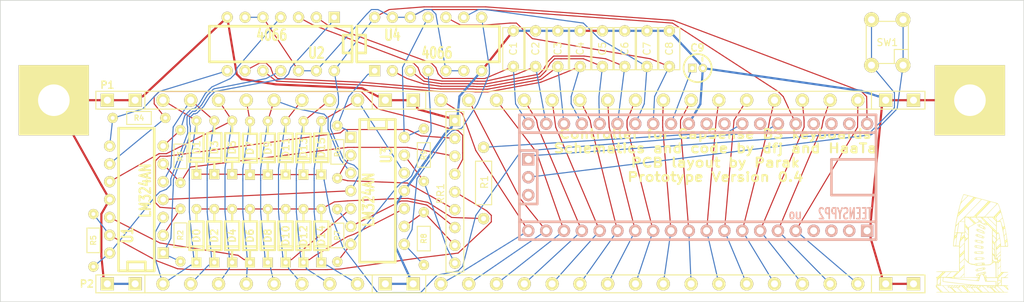
<source format=kicad_pcb>
(kicad_pcb (version 3) (host pcbnew "(2013-07-07 BZR 4022)-stable")
  (layers (15 F.Cu signal) (0 B.Cu signal) (18 B.Paste user) (19 F.Paste user) (20 B.SilkS user) (21 F.SilkS user) (22 B.Mask user) (23 F.Mask user) (28 Edge.Cuts user))
  (net 0 "")
  (net 1 +5V)
  (net 2 /ADC_0)
  (net 3 /ADC_1)
  (net 4 /ADC_2)
  (net 5 /ADC_3)
  (net 6 /ADC_4)
  (net 7 /ADC_5)
  (net 8 /ADC_6)
  (net 9 /ADC_7)
  (net 10 /AREF)
  (net 11 /HOLD_CTRL)
  (net 12 /RESET)
  (net 13 /RST_GND)
  (net 14 /SENSE_0)
  (net 15 /SENSE_1)
  (net 16 /SENSE_2)
  (net 17 /SENSE_3)
  (net 18 /SENSE_4)
  (net 19 /SENSE_5)
  (net 20 /SENSE_6)
  (net 21 /SENSE_7)
  (net 22 /SR0)
  (net 23 /SR1)
  (net 24 /SR2)
  (net 25 /SR3)
  (net 26 /SR4)
  (net 27 /SR5)
  (net 28 /SR6)
  (net 29 /SR7)
  (net 30 /STAB_HIGH)
  (net 31 /STAB_LOW)
  (net 32 /STROBE_0)
  (net 33 /STROBE_1)
  (net 34 /STROBE_10)
  (net 35 /STROBE_11)
  (net 36 /STROBE_12)
  (net 37 /STROBE_13)
  (net 38 /STROBE_14)
  (net 39 /STROBE_15)
  (net 40 /STROBE_2)
  (net 41 /STROBE_3)
  (net 42 /STROBE_4)
  (net 43 /STROBE_5)
  (net 44 /STROBE_6)
  (net 45 /STROBE_7)
  (net 46 /STROBE_8)
  (net 47 /STROBE_9)
  (net 48 GND)
  (net 49 N-000001)
  (net 50 N-0000030)
  (net 51 N-0000031)
  (net 52 N-0000032)
  (net 53 N-0000033)
  (net 54 N-0000034)
  (net 55 N-0000037)
  (net 56 N-0000039)
  (net 57 N-0000040)
  (module DO-35 (layer F.Cu) (at 46.99 56.261 270)
    (fp_text reference D1 (at 0 0 270) (layer F.SilkS) (effects (font (size 1.016 1.016) (thickness 0.2032))))
    (fp_text value DIODE hide)
    (pad 2 thru_hole rect (at 3.81 0 270) (size 1.4224 1.4224) (drill 0.6096) (layers *.Cu *.Mask F.SilkS) (net 31 /STAB_LOW))
    (pad 1 thru_hole circle (at -3.81 0 270) (size 1.4224 1.4224) (drill 0.6096) (layers *.Cu *.Mask F.SilkS) (net 14 /SENSE_0))
  )
  (module DO-35 (layer F.Cu) (at 64.77 68.834 270)
    (fp_text reference D14 (at 0 0 270) (layer F.SilkS) (effects (font (size 1.016 1.016) (thickness 0.2032))))
    (fp_text value DIODE hide)
    (pad 2 thru_hole rect (at 3.81 0 270) (size 1.4224 1.4224) (drill 0.6096) (layers *.Cu *.Mask F.SilkS) (net 21 /SENSE_7))
    (pad 1 thru_hole circle (at -3.81 0 270) (size 1.4224 1.4224) (drill 0.6096) (layers *.Cu *.Mask F.SilkS) (net 49 N-000001))
  )
  (module DO-35 (layer F.Cu) (at 64.77 56.3012 270)
    (fp_text reference D15 (at 0 0 270) (layer F.SilkS) (effects (font (size 1.016 1.016) (thickness 0.2032))))
    (fp_text value DIODE hide)
    (pad 2 thru_hole rect (at 3.81 0 270) (size 1.4224 1.4224) (drill 0.6096) (layers *.Cu *.Mask F.SilkS) (net 31 /STAB_LOW))
    (pad 1 thru_hole circle (at -3.81 0 270) (size 1.4224 1.4224) (drill 0.6096) (layers *.Cu *.Mask F.SilkS) (net 21 /SENSE_7))
  )
  (module DO-35 (layer F.Cu) (at 62.23 68.834 270)
    (fp_text reference D12 (at 0 0 270) (layer F.SilkS) (effects (font (size 1.016 1.016) (thickness 0.2032))))
    (fp_text value DIODE hide)
    (pad 2 thru_hole rect (at 3.81 0 270) (size 1.4224 1.4224) (drill 0.6096) (layers *.Cu *.Mask F.SilkS) (net 20 /SENSE_6))
    (pad 1 thru_hole circle (at -3.81 0 270) (size 1.4224 1.4224) (drill 0.6096) (layers *.Cu *.Mask F.SilkS) (net 49 N-000001))
  )
  (module DO-35 (layer F.Cu) (at 46.99 68.834 270)
    (fp_text reference D0 (at 0 0 270) (layer F.SilkS) (effects (font (size 1.016 1.016) (thickness 0.2032))))
    (fp_text value DIODE hide)
    (pad 2 thru_hole rect (at 3.81 0 270) (size 1.4224 1.4224) (drill 0.6096) (layers *.Cu *.Mask F.SilkS) (net 14 /SENSE_0))
    (pad 1 thru_hole circle (at -3.81 0 270) (size 1.4224 1.4224) (drill 0.6096) (layers *.Cu *.Mask F.SilkS) (net 49 N-000001))
  )
  (module DO-35 (layer F.Cu) (at 49.53 56.261 270)
    (fp_text reference D3 (at 0 0 270) (layer F.SilkS) (effects (font (size 1.016 1.016) (thickness 0.2032))))
    (fp_text value DIODE hide)
    (pad 2 thru_hole rect (at 3.81 0 270) (size 1.4224 1.4224) (drill 0.6096) (layers *.Cu *.Mask F.SilkS) (net 31 /STAB_LOW))
    (pad 1 thru_hole circle (at -3.81 0 270) (size 1.4224 1.4224) (drill 0.6096) (layers *.Cu *.Mask F.SilkS) (net 15 /SENSE_1))
  )
  (module DO-35 (layer F.Cu) (at 49.53 68.834 270)
    (fp_text reference D2 (at 0 0 270) (layer F.SilkS) (effects (font (size 1.016 1.016) (thickness 0.2032))))
    (fp_text value DIODE hide)
    (pad 2 thru_hole rect (at 3.81 0 270) (size 1.4224 1.4224) (drill 0.6096) (layers *.Cu *.Mask F.SilkS) (net 15 /SENSE_1))
    (pad 1 thru_hole circle (at -3.81 0 270) (size 1.4224 1.4224) (drill 0.6096) (layers *.Cu *.Mask F.SilkS) (net 49 N-000001))
  )
  (module DO-35 (layer F.Cu) (at 52.07 56.261 270)
    (fp_text reference D5 (at 0 0 270) (layer F.SilkS) (effects (font (size 1.016 1.016) (thickness 0.2032))))
    (fp_text value DIODE hide)
    (pad 2 thru_hole rect (at 3.81 0 270) (size 1.4224 1.4224) (drill 0.6096) (layers *.Cu *.Mask F.SilkS) (net 31 /STAB_LOW))
    (pad 1 thru_hole circle (at -3.81 0 270) (size 1.4224 1.4224) (drill 0.6096) (layers *.Cu *.Mask F.SilkS) (net 16 /SENSE_2))
  )
  (module DO-35 (layer F.Cu) (at 52.07 68.834 270)
    (fp_text reference D4 (at 0 0 270) (layer F.SilkS) (effects (font (size 1.016 1.016) (thickness 0.2032))))
    (fp_text value DIODE hide)
    (pad 2 thru_hole rect (at 3.81 0 270) (size 1.4224 1.4224) (drill 0.6096) (layers *.Cu *.Mask F.SilkS) (net 16 /SENSE_2))
    (pad 1 thru_hole circle (at -3.81 0 270) (size 1.4224 1.4224) (drill 0.6096) (layers *.Cu *.Mask F.SilkS) (net 49 N-000001))
  )
  (module DO-35 (layer F.Cu) (at 54.61 56.3465 270)
    (fp_text reference D7 (at 0 0 270) (layer F.SilkS) (effects (font (size 1.016 1.016) (thickness 0.2032))))
    (fp_text value DIODE hide)
    (pad 2 thru_hole rect (at 3.81 0 270) (size 1.4224 1.4224) (drill 0.6096) (layers *.Cu *.Mask F.SilkS) (net 31 /STAB_LOW))
    (pad 1 thru_hole circle (at -3.81 0 270) (size 1.4224 1.4224) (drill 0.6096) (layers *.Cu *.Mask F.SilkS) (net 17 /SENSE_3))
  )
  (module DO-35 (layer F.Cu) (at 54.61 68.834 270)
    (fp_text reference D6 (at 0 0 270) (layer F.SilkS) (effects (font (size 1.016 1.016) (thickness 0.2032))))
    (fp_text value DIODE hide)
    (pad 2 thru_hole rect (at 3.81 0 270) (size 1.4224 1.4224) (drill 0.6096) (layers *.Cu *.Mask F.SilkS) (net 17 /SENSE_3))
    (pad 1 thru_hole circle (at -3.81 0 270) (size 1.4224 1.4224) (drill 0.6096) (layers *.Cu *.Mask F.SilkS) (net 49 N-000001))
  )
  (module DO-35 (layer F.Cu) (at 57.15 56.3133 270)
    (fp_text reference D9 (at 0 0 270) (layer F.SilkS) (effects (font (size 1.016 1.016) (thickness 0.2032))))
    (fp_text value DIODE hide)
    (pad 2 thru_hole rect (at 3.81 0 270) (size 1.4224 1.4224) (drill 0.6096) (layers *.Cu *.Mask F.SilkS) (net 31 /STAB_LOW))
    (pad 1 thru_hole circle (at -3.81 0 270) (size 1.4224 1.4224) (drill 0.6096) (layers *.Cu *.Mask F.SilkS) (net 18 /SENSE_4))
  )
  (module DO-35 (layer F.Cu) (at 57.15 68.834 270)
    (fp_text reference D8 (at 0 0 270) (layer F.SilkS) (effects (font (size 1.016 1.016) (thickness 0.2032))))
    (fp_text value DIODE hide)
    (pad 2 thru_hole rect (at 3.81 0 270) (size 1.4224 1.4224) (drill 0.6096) (layers *.Cu *.Mask F.SilkS) (net 18 /SENSE_4))
    (pad 1 thru_hole circle (at -3.81 0 270) (size 1.4224 1.4224) (drill 0.6096) (layers *.Cu *.Mask F.SilkS) (net 49 N-000001))
  )
  (module DO-35 (layer F.Cu) (at 62.23 56.3277 270)
    (fp_text reference D13 (at 0 0 270) (layer F.SilkS) (effects (font (size 1.016 1.016) (thickness 0.2032))))
    (fp_text value DIODE hide)
    (pad 2 thru_hole rect (at 3.81 0 270) (size 1.4224 1.4224) (drill 0.6096) (layers *.Cu *.Mask F.SilkS) (net 31 /STAB_LOW))
    (pad 1 thru_hole circle (at -3.81 0 270) (size 1.4224 1.4224) (drill 0.6096) (layers *.Cu *.Mask F.SilkS) (net 20 /SENSE_6))
  )
  (module DO-35 (layer F.Cu) (at 59.69 68.834 270)
    (fp_text reference D10 (at 0 0 270) (layer F.SilkS) (effects (font (size 1.016 1.016) (thickness 0.2032))))
    (fp_text value DIODE hide)
    (pad 2 thru_hole rect (at 3.81 0 270) (size 1.4224 1.4224) (drill 0.6096) (layers *.Cu *.Mask F.SilkS) (net 19 /SENSE_5))
    (pad 1 thru_hole circle (at -3.81 0 270) (size 1.4224 1.4224) (drill 0.6096) (layers *.Cu *.Mask F.SilkS) (net 49 N-000001))
  )
  (module DO-35 (layer F.Cu) (at 59.69 56.3048 270)
    (fp_text reference D11 (at 0 0 270) (layer F.SilkS) (effects (font (size 1.016 1.016) (thickness 0.2032))))
    (fp_text value DIODE hide)
    (pad 2 thru_hole rect (at 3.81 0 270) (size 1.4224 1.4224) (drill 0.6096) (layers *.Cu *.Mask F.SilkS) (net 31 /STAB_LOW))
    (pad 1 thru_hole circle (at -3.81 0 270) (size 1.4224 1.4224) (drill 0.6096) (layers *.Cu *.Mask F.SilkS) (net 19 /SENSE_5))
  )
  (module RESISTOR_NETWORK_9 (layer F.Cu) (at 83.8 62.5862 270)
    (fp_text reference RR1 (at 0.254 2.032 270) (layer F.SilkS))
    (fp_text value 10K hide)
    (pad 1 thru_hole rect (at -10.16 0 270) (size 1.6 1.6) (drill 0.8) (layers *.Cu *.Mask F.SilkS) (net 48 GND))
    (pad 2 thru_hole circle (at -7.62 0 270) (size 1.6 1.6) (drill 0.8) (layers *.Cu *.Mask F.SilkS) (net 22 /SR0))
    (pad 3 thru_hole circle (at -5.08 0 270) (size 1.6 1.6) (drill 0.8) (layers *.Cu *.Mask F.SilkS) (net 23 /SR1))
    (pad 4 thru_hole circle (at -2.54 0 270) (size 1.6 1.6) (drill 0.8) (layers *.Cu *.Mask F.SilkS) (net 24 /SR2))
    (pad 5 thru_hole circle (at 0 0 270) (size 1.6 1.6) (drill 0.8) (layers *.Cu *.Mask F.SilkS) (net 25 /SR3))
    (pad 6 thru_hole circle (at 2.54 0 270) (size 1.6 1.6) (drill 0.8) (layers *.Cu *.Mask F.SilkS) (net 26 /SR4))
    (pad 7 thru_hole circle (at 5.08 0 270) (size 1.6 1.6) (drill 0.8) (layers *.Cu *.Mask F.SilkS) (net 27 /SR5))
    (pad 8 thru_hole circle (at 7.62 0 270) (size 1.6 1.6) (drill 0.8) (layers *.Cu *.Mask F.SilkS) (net 28 /SR6))
    (pad 9 thru_hole circle (at 10.16 0 270) (size 1.6 1.6) (drill 0.8) (layers *.Cu *.Mask F.SilkS) (net 29 /SR7))
  )
  (module RESISTOR_6.2MM_2.3MM (layer F.Cu) (at 87.8862 61.3185 270)
    (fp_text reference R1 (at -0.127 -0.127 270) (layer F.SilkS))
    (fp_text value 47K hide)
    (pad 1 thru_hole circle (at -5.08 0 270) (size 1.6002 1.6002) (drill 0.7) (layers *.Cu *.Mask F.SilkS) (net 30 /STAB_HIGH))
    (pad 2 thru_hole circle (at 5.08 0 270) (size 1.6002 1.6002) (drill 0.7) (layers *.Cu *.Mask F.SilkS) (net 49 N-000001))
  )
  (module CAPACITOR_DISC_6MM_3MM (layer F.Cu) (at 92.1184 42.1899 90)
    (fp_text reference C1 (at 0 0 90) (layer F.SilkS))
    (fp_text value 500pF hide)
    (pad 1 thru_hole circle (at -2.54 0 90) (size 1.6002 1.6002) (drill 0.7) (layers *.Cu *.Mask F.SilkS) (net 2 /ADC_0))
    (pad 2 thru_hole circle (at 2.54 0 90) (size 1.6002 1.6002) (drill 0.7) (layers *.Cu *.Mask F.SilkS) (net 48 GND))
  )
  (module CAPACITOR_DISC_6MM_3MM (layer F.Cu) (at 95.2934 42.1899 90)
    (fp_text reference C2 (at 0 0 90) (layer F.SilkS))
    (fp_text value 500pF hide)
    (pad 1 thru_hole circle (at -2.54 0 90) (size 1.6002 1.6002) (drill 0.7) (layers *.Cu *.Mask F.SilkS) (net 3 /ADC_1))
    (pad 2 thru_hole circle (at 2.54 0 90) (size 1.6002 1.6002) (drill 0.7) (layers *.Cu *.Mask F.SilkS) (net 48 GND))
  )
  (module CAPACITOR_DISC_6MM_3MM (layer F.Cu) (at 98.4684 42.1899 90)
    (fp_text reference C3 (at 0 0 90) (layer F.SilkS))
    (fp_text value 500pF hide)
    (pad 1 thru_hole circle (at -2.54 0 90) (size 1.6002 1.6002) (drill 0.7) (layers *.Cu *.Mask F.SilkS) (net 4 /ADC_2))
    (pad 2 thru_hole circle (at 2.54 0 90) (size 1.6002 1.6002) (drill 0.7) (layers *.Cu *.Mask F.SilkS) (net 48 GND))
  )
  (module CAPACITOR_DISC_6MM_3MM (layer F.Cu) (at 101.643 42.1899 90)
    (fp_text reference C4 (at 0 0 90) (layer F.SilkS))
    (fp_text value 500pF hide)
    (pad 1 thru_hole circle (at -2.54 0 90) (size 1.6002 1.6002) (drill 0.7) (layers *.Cu *.Mask F.SilkS) (net 5 /ADC_3))
    (pad 2 thru_hole circle (at 2.54 0 90) (size 1.6002 1.6002) (drill 0.7) (layers *.Cu *.Mask F.SilkS) (net 48 GND))
  )
  (module CAPACITOR_DISC_6MM_3MM (layer F.Cu) (at 104.818 42.1899 90)
    (fp_text reference C5 (at 0 0 90) (layer F.SilkS))
    (fp_text value 500pF hide)
    (pad 1 thru_hole circle (at -2.54 0 90) (size 1.6002 1.6002) (drill 0.7) (layers *.Cu *.Mask F.SilkS) (net 6 /ADC_4))
    (pad 2 thru_hole circle (at 2.54 0 90) (size 1.6002 1.6002) (drill 0.7) (layers *.Cu *.Mask F.SilkS) (net 48 GND))
  )
  (module CAPACITOR_DISC_6MM_3MM (layer F.Cu) (at 111.168 42.19 90)
    (fp_text reference C7 (at 0 0 90) (layer F.SilkS))
    (fp_text value 500pF hide)
    (pad 1 thru_hole circle (at -2.54 0 90) (size 1.6002 1.6002) (drill 0.7) (layers *.Cu *.Mask F.SilkS) (net 8 /ADC_6))
    (pad 2 thru_hole circle (at 2.54 0 90) (size 1.6002 1.6002) (drill 0.7) (layers *.Cu *.Mask F.SilkS) (net 48 GND))
  )
  (module CAPACITOR_DISC_6MM_3MM (layer F.Cu) (at 114.343 42.19 90)
    (fp_text reference C8 (at 0 0 90) (layer F.SilkS))
    (fp_text value 500pF hide)
    (pad 1 thru_hole circle (at -2.54 0 90) (size 1.6002 1.6002) (drill 0.7) (layers *.Cu *.Mask F.SilkS) (net 9 /ADC_7))
    (pad 2 thru_hole circle (at 2.54 0 90) (size 1.6002 1.6002) (drill 0.7) (layers *.Cu *.Mask F.SilkS) (net 48 GND))
  )
  (module CAPACITOR_DISC_6MM_3MM (layer F.Cu) (at 107.993 42.1899 90)
    (fp_text reference C6 (at 0 0 90) (layer F.SilkS))
    (fp_text value 500pF hide)
    (pad 1 thru_hole circle (at -2.54 0 90) (size 1.6002 1.6002) (drill 0.7) (layers *.Cu *.Mask F.SilkS) (net 7 /ADC_5))
    (pad 2 thru_hole circle (at 2.54 0 90) (size 1.6002 1.6002) (drill 0.7) (layers *.Cu *.Mask F.SilkS) (net 48 GND))
  )
  (module PIN_ARRAY-30X1 (layer F.Cu) (at 34.29 75.692)
    (fp_text reference P2 (at -2.921 0) (layer F.SilkS) (effects (font (size 1.016 1.016) (thickness 0.2032))))
    (fp_text value MODELF_CONN30 hide)
    (pad 2 thru_hole rect (at 3.96 0) (size 1.88 1.88) (drill 1) (layers *.Cu *.Mask F.SilkS) (net 48 GND))
    (pad 3 thru_hole circle (at 7.92 0) (size 1.88 1.88) (drill 1) (layers *.Cu *.Mask F.SilkS) (net 14 /SENSE_0))
    (pad 4 thru_hole circle (at 11.88 0) (size 1.88 1.88) (drill 1) (layers *.Cu *.Mask F.SilkS) (net 15 /SENSE_1))
    (pad 5 thru_hole circle (at 15.84 0) (size 1.88 1.88) (drill 1) (layers *.Cu *.Mask F.SilkS) (net 16 /SENSE_2))
    (pad 6 thru_hole circle (at 19.8 0) (size 1.88 1.88) (drill 1) (layers *.Cu *.Mask F.SilkS) (net 17 /SENSE_3))
    (pad 7 thru_hole circle (at 23.76 0) (size 1.88 1.88) (drill 1) (layers *.Cu *.Mask F.SilkS) (net 18 /SENSE_4))
    (pad 8 thru_hole circle (at 27.72 0) (size 1.88 1.88) (drill 1) (layers *.Cu *.Mask F.SilkS) (net 19 /SENSE_5))
    (pad 9 thru_hole circle (at 31.68 0) (size 1.88 1.88) (drill 1) (layers *.Cu *.Mask F.SilkS) (net 20 /SENSE_6))
    (pad 10 thru_hole circle (at 35.64 0) (size 1.88 1.88) (drill 1) (layers *.Cu *.Mask F.SilkS) (net 21 /SENSE_7))
    (pad 11 thru_hole rect (at 39.6 0) (size 1.88 1.88) (drill 1) (layers *.Cu *.Mask F.SilkS) (net 48 GND))
    (pad 12 thru_hole rect (at 43.56 0) (size 1.88 1.88) (drill 1) (layers *.Cu *.Mask F.SilkS) (net 48 GND))
    (pad 13 thru_hole circle (at 47.52 0) (size 1.88 1.88) (drill 1) (layers *.Cu *.Mask F.SilkS) (net 32 /STROBE_0))
    (pad 14 thru_hole circle (at 51.48 0) (size 1.88 1.88) (drill 1) (layers *.Cu *.Mask F.SilkS) (net 33 /STROBE_1))
    (pad 15 thru_hole circle (at 55.44 0) (size 1.88 1.88) (drill 1) (layers *.Cu *.Mask F.SilkS) (net 40 /STROBE_2))
    (pad 16 thru_hole circle (at 59.4 0) (size 1.88 1.88) (drill 1) (layers *.Cu *.Mask F.SilkS) (net 41 /STROBE_3))
    (pad 17 thru_hole circle (at 63.36 0) (size 1.88 1.88) (drill 1) (layers *.Cu *.Mask F.SilkS) (net 42 /STROBE_4))
    (pad 18 thru_hole circle (at 67.32 0) (size 1.88 1.88) (drill 1) (layers *.Cu *.Mask F.SilkS) (net 43 /STROBE_5))
    (pad 19 thru_hole circle (at 71.28 0) (size 1.88 1.88) (drill 1) (layers *.Cu *.Mask F.SilkS) (net 44 /STROBE_6))
    (pad 20 thru_hole circle (at 75.24 0) (size 1.88 1.88) (drill 1) (layers *.Cu *.Mask F.SilkS) (net 45 /STROBE_7))
    (pad 21 thru_hole circle (at 79.2 0) (size 1.88 1.88) (drill 1) (layers *.Cu *.Mask F.SilkS) (net 46 /STROBE_8))
    (pad 22 thru_hole circle (at 83.16 0) (size 1.88 1.88) (drill 1) (layers *.Cu *.Mask F.SilkS) (net 47 /STROBE_9))
    (pad 23 thru_hole circle (at 87.12 0) (size 1.88 1.88) (drill 1) (layers *.Cu *.Mask F.SilkS) (net 34 /STROBE_10))
    (pad 24 thru_hole circle (at 91.08 0) (size 1.88 1.88) (drill 1) (layers *.Cu *.Mask F.SilkS) (net 35 /STROBE_11))
    (pad 25 thru_hole circle (at 95.04 0) (size 1.88 1.88) (drill 1) (layers *.Cu *.Mask F.SilkS) (net 36 /STROBE_12))
    (pad 26 thru_hole circle (at 99 0) (size 1.88 1.88) (drill 1) (layers *.Cu *.Mask F.SilkS) (net 37 /STROBE_13))
    (pad 27 thru_hole circle (at 102.96 0) (size 1.88 1.88) (drill 1) (layers *.Cu *.Mask F.SilkS) (net 38 /STROBE_14))
    (pad 28 thru_hole circle (at 106.92 0) (size 1.88 1.88) (drill 1) (layers *.Cu *.Mask F.SilkS) (net 39 /STROBE_15))
    (pad 1 thru_hole rect (at 0 0) (size 1.88 1.88) (drill 1) (layers *.Cu *.Mask F.SilkS) (net 48 GND))
    (pad 29 thru_hole rect (at 110.88 0) (size 1.88 1.88) (drill 1) (layers *.Cu *.Mask F.SilkS) (net 48 GND))
    (pad 30 thru_hole rect (at 114.84 0) (size 1.88 1.88) (drill 1) (layers *.Cu *.Mask F.SilkS) (net 48 GND))
  )
  (module PIN_ARRAY-30X1 (layer F.Cu) (at 34.29 49.53)
    (fp_text reference P1 (at 0 -2.159) (layer F.SilkS) (effects (font (size 1.016 1.016) (thickness 0.2032))))
    (fp_text value MODELF_CONN30 hide)
    (pad 2 thru_hole rect (at 3.96 0) (size 1.88 1.88) (drill 1) (layers *.Cu *.Mask F.SilkS) (net 48 GND))
    (pad 3 thru_hole circle (at 7.92 0) (size 1.88 1.88) (drill 1) (layers *.Cu *.Mask F.SilkS) (net 14 /SENSE_0))
    (pad 4 thru_hole circle (at 11.88 0) (size 1.88 1.88) (drill 1) (layers *.Cu *.Mask F.SilkS) (net 15 /SENSE_1))
    (pad 5 thru_hole circle (at 15.84 0) (size 1.88 1.88) (drill 1) (layers *.Cu *.Mask F.SilkS) (net 16 /SENSE_2))
    (pad 6 thru_hole circle (at 19.8 0) (size 1.88 1.88) (drill 1) (layers *.Cu *.Mask F.SilkS) (net 17 /SENSE_3))
    (pad 7 thru_hole circle (at 23.76 0) (size 1.88 1.88) (drill 1) (layers *.Cu *.Mask F.SilkS) (net 18 /SENSE_4))
    (pad 8 thru_hole circle (at 27.72 0) (size 1.88 1.88) (drill 1) (layers *.Cu *.Mask F.SilkS) (net 19 /SENSE_5))
    (pad 9 thru_hole circle (at 31.68 0) (size 1.88 1.88) (drill 1) (layers *.Cu *.Mask F.SilkS) (net 20 /SENSE_6))
    (pad 10 thru_hole circle (at 35.64 0) (size 1.88 1.88) (drill 1) (layers *.Cu *.Mask F.SilkS) (net 21 /SENSE_7))
    (pad 11 thru_hole rect (at 39.6 0) (size 1.88 1.88) (drill 1) (layers *.Cu *.Mask F.SilkS) (net 48 GND))
    (pad 12 thru_hole rect (at 43.56 0) (size 1.88 1.88) (drill 1) (layers *.Cu *.Mask F.SilkS) (net 48 GND))
    (pad 13 thru_hole circle (at 47.52 0) (size 1.88 1.88) (drill 1) (layers *.Cu *.Mask F.SilkS) (net 32 /STROBE_0))
    (pad 14 thru_hole circle (at 51.48 0) (size 1.88 1.88) (drill 1) (layers *.Cu *.Mask F.SilkS) (net 33 /STROBE_1))
    (pad 15 thru_hole circle (at 55.44 0) (size 1.88 1.88) (drill 1) (layers *.Cu *.Mask F.SilkS) (net 40 /STROBE_2))
    (pad 16 thru_hole circle (at 59.4 0) (size 1.88 1.88) (drill 1) (layers *.Cu *.Mask F.SilkS) (net 41 /STROBE_3))
    (pad 17 thru_hole circle (at 63.36 0) (size 1.88 1.88) (drill 1) (layers *.Cu *.Mask F.SilkS) (net 42 /STROBE_4))
    (pad 18 thru_hole circle (at 67.32 0) (size 1.88 1.88) (drill 1) (layers *.Cu *.Mask F.SilkS) (net 43 /STROBE_5))
    (pad 19 thru_hole circle (at 71.28 0) (size 1.88 1.88) (drill 1) (layers *.Cu *.Mask F.SilkS) (net 44 /STROBE_6))
    (pad 20 thru_hole circle (at 75.24 0) (size 1.88 1.88) (drill 1) (layers *.Cu *.Mask F.SilkS) (net 45 /STROBE_7))
    (pad 21 thru_hole circle (at 79.2 0) (size 1.88 1.88) (drill 1) (layers *.Cu *.Mask F.SilkS) (net 46 /STROBE_8))
    (pad 22 thru_hole circle (at 83.16 0) (size 1.88 1.88) (drill 1) (layers *.Cu *.Mask F.SilkS) (net 47 /STROBE_9))
    (pad 23 thru_hole circle (at 87.12 0) (size 1.88 1.88) (drill 1) (layers *.Cu *.Mask F.SilkS) (net 34 /STROBE_10))
    (pad 24 thru_hole circle (at 91.08 0) (size 1.88 1.88) (drill 1) (layers *.Cu *.Mask F.SilkS) (net 35 /STROBE_11))
    (pad 25 thru_hole circle (at 95.04 0) (size 1.88 1.88) (drill 1) (layers *.Cu *.Mask F.SilkS) (net 36 /STROBE_12))
    (pad 26 thru_hole circle (at 99 0) (size 1.88 1.88) (drill 1) (layers *.Cu *.Mask F.SilkS) (net 37 /STROBE_13))
    (pad 27 thru_hole circle (at 102.96 0) (size 1.88 1.88) (drill 1) (layers *.Cu *.Mask F.SilkS) (net 38 /STROBE_14))
    (pad 28 thru_hole circle (at 106.92 0) (size 1.88 1.88) (drill 1) (layers *.Cu *.Mask F.SilkS) (net 39 /STROBE_15))
    (pad 1 thru_hole rect (at 0 0) (size 1.88 1.88) (drill 1) (layers *.Cu *.Mask F.SilkS) (net 48 GND))
    (pad 29 thru_hole rect (at 110.88 0) (size 1.88 1.88) (drill 1) (layers *.Cu *.Mask F.SilkS) (net 48 GND))
    (pad 30 thru_hole rect (at 114.84 0) (size 1.88 1.88) (drill 1) (layers *.Cu *.Mask F.SilkS) (net 48 GND))
  )
  (module GND_SCREW_PAD (layer F.Cu) (at 26.67 49.53)
    (fp_text reference P5 hide)
    (fp_text value 1PAD hide)
    (pad 1 thru_hole rect (at 0 0) (size 10 10) (drill 4.5) (layers *.Cu *.Mask F.SilkS) (net 48 GND))
  )
  (module GND_SCREW_PAD (layer F.Cu) (at 157.17 49.53)
    (fp_text reference P4 hide)
    (fp_text value 1PAD hide)
    (pad 1 thru_hole rect (at 0 0) (size 10 10) (drill 4.5) (layers *.Cu *.Mask F.SilkS) (net 48 GND))
  )
  (module DIP-14__300 (layer F.Cu) (at 38.4327 63.6791 90)
    (fp_text reference U1 (at -5.08 -1.27 90) (layer F.SilkS) (effects (font (size 1.524 1.143) (thickness 0.3048))))
    (fp_text value LM324AN (at 1.27 1.27 90) (layer F.SilkS) (effects (font (size 1.524 1.143) (thickness 0.3048))))
    (pad 1 thru_hole rect (at -7.62 3.81 90) (size 1.6 1.6) (drill 0.8) (layers *.Cu *.Mask F.SilkS) (net 52 N-0000032))
    (pad 2 thru_hole circle (at -5.08 3.81 90) (size 1.6 1.6) (drill 0.8) (layers *.Cu *.Mask F.SilkS) (net 22 /SR0))
    (pad 3 thru_hole circle (at -2.54 3.81 90) (size 1.6 1.6) (drill 0.8) (layers *.Cu *.Mask F.SilkS) (net 14 /SENSE_0))
    (pad 4 thru_hole circle (at 0 3.81 90) (size 1.6 1.6) (drill 0.8) (layers *.Cu *.Mask F.SilkS) (net 1 +5V))
    (pad 5 thru_hole circle (at 2.54 3.81 90) (size 1.6 1.6) (drill 0.8) (layers *.Cu *.Mask F.SilkS) (net 15 /SENSE_1))
    (pad 6 thru_hole circle (at 5.08 3.81 90) (size 1.6 1.6) (drill 0.8) (layers *.Cu *.Mask F.SilkS) (net 23 /SR1))
    (pad 7 thru_hole circle (at 7.62 3.81 90) (size 1.6 1.6) (drill 0.8) (layers *.Cu *.Mask F.SilkS) (net 55 N-0000037))
    (pad 8 thru_hole circle (at 7.62 -3.81 90) (size 1.6 1.6) (drill 0.8) (layers *.Cu *.Mask F.SilkS) (net 50 N-0000030))
    (pad 9 thru_hole circle (at 5.08 -3.81 90) (size 1.6 1.6) (drill 0.8) (layers *.Cu *.Mask F.SilkS) (net 24 /SR2))
    (pad 10 thru_hole circle (at 2.54 -3.81 90) (size 1.6 1.6) (drill 0.8) (layers *.Cu *.Mask F.SilkS) (net 16 /SENSE_2))
    (pad 11 thru_hole circle (at 0 -3.81 90) (size 1.6 1.6) (drill 0.8) (layers *.Cu *.Mask F.SilkS) (net 48 GND))
    (pad 12 thru_hole circle (at -2.54 -3.81 90) (size 1.6 1.6) (drill 0.8) (layers *.Cu *.Mask F.SilkS) (net 17 /SENSE_3))
    (pad 13 thru_hole circle (at -5.08 -3.81 90) (size 1.6 1.6) (drill 0.8) (layers *.Cu *.Mask F.SilkS) (net 25 /SR3))
    (pad 14 thru_hole circle (at -7.62 -3.81 90) (size 1.6 1.6) (drill 0.8) (layers *.Cu *.Mask F.SilkS) (net 53 N-0000033))
  )
  (module DIP-14__300 (layer F.Cu) (at 79.9848 41.529)
    (fp_text reference U4 (at -5.08 -1.27) (layer F.SilkS) (effects (font (size 1.524 1.143) (thickness 0.3048))))
    (fp_text value 4066 (at 1.27 1.27) (layer F.SilkS) (effects (font (size 1.524 1.143) (thickness 0.3048))))
    (pad 1 thru_hole rect (at -7.62 3.81) (size 1.6 1.6) (drill 0.8) (layers *.Cu *.Mask F.SilkS) (net 56 N-0000039))
    (pad 2 thru_hole circle (at -5.08 3.81) (size 1.6 1.6) (drill 0.8) (layers *.Cu *.Mask F.SilkS) (net 6 /ADC_4))
    (pad 3 thru_hole circle (at -2.54 3.81) (size 1.6 1.6) (drill 0.8) (layers *.Cu *.Mask F.SilkS) (net 7 /ADC_5))
    (pad 4 thru_hole circle (at 0 3.81) (size 1.6 1.6) (drill 0.8) (layers *.Cu *.Mask F.SilkS) (net 57 N-0000040))
    (pad 5 thru_hole circle (at 2.54 3.81) (size 1.6 1.6) (drill 0.8) (layers *.Cu *.Mask F.SilkS) (net 11 /HOLD_CTRL))
    (pad 6 thru_hole circle (at 5.08 3.81) (size 1.6 1.6) (drill 0.8) (layers *.Cu *.Mask F.SilkS) (net 11 /HOLD_CTRL))
    (pad 7 thru_hole circle (at 7.62 3.81) (size 1.6 1.6) (drill 0.8) (layers *.Cu *.Mask F.SilkS) (net 48 GND))
    (pad 8 thru_hole circle (at 7.62 -3.81) (size 1.6 1.6) (drill 0.8) (layers *.Cu *.Mask F.SilkS) (net 54 N-0000034))
    (pad 9 thru_hole circle (at 5.08 -3.81) (size 1.6 1.6) (drill 0.8) (layers *.Cu *.Mask F.SilkS) (net 8 /ADC_6))
    (pad 10 thru_hole circle (at 2.54 -3.81) (size 1.6 1.6) (drill 0.8) (layers *.Cu *.Mask F.SilkS) (net 9 /ADC_7))
    (pad 11 thru_hole circle (at 0 -3.81) (size 1.6 1.6) (drill 0.8) (layers *.Cu *.Mask F.SilkS) (net 51 N-0000031))
    (pad 12 thru_hole circle (at -2.54 -3.81) (size 1.6 1.6) (drill 0.8) (layers *.Cu *.Mask F.SilkS) (net 11 /HOLD_CTRL))
    (pad 13 thru_hole circle (at -5.08 -3.81) (size 1.6 1.6) (drill 0.8) (layers *.Cu *.Mask F.SilkS) (net 11 /HOLD_CTRL))
    (pad 14 thru_hole circle (at -7.62 -3.81) (size 1.6 1.6) (drill 0.8) (layers *.Cu *.Mask F.SilkS) (net 1 +5V))
  )
  (module DIP-14__300 (layer F.Cu) (at 58.9884 41.529 180)
    (fp_text reference U2 (at -5.08 -1.27 180) (layer F.SilkS) (effects (font (size 1.524 1.143) (thickness 0.3048))))
    (fp_text value 4066 (at 1.27 1.27 180) (layer F.SilkS) (effects (font (size 1.524 1.143) (thickness 0.3048))))
    (pad 1 thru_hole rect (at -7.62 3.81 180) (size 1.6 1.6) (drill 0.8) (layers *.Cu *.Mask F.SilkS) (net 52 N-0000032))
    (pad 2 thru_hole circle (at -5.08 3.81 180) (size 1.6 1.6) (drill 0.8) (layers *.Cu *.Mask F.SilkS) (net 2 /ADC_0))
    (pad 3 thru_hole circle (at -2.54 3.81 180) (size 1.6 1.6) (drill 0.8) (layers *.Cu *.Mask F.SilkS) (net 3 /ADC_1))
    (pad 4 thru_hole circle (at 0 3.81 180) (size 1.6 1.6) (drill 0.8) (layers *.Cu *.Mask F.SilkS) (net 55 N-0000037))
    (pad 5 thru_hole circle (at 2.54 3.81 180) (size 1.6 1.6) (drill 0.8) (layers *.Cu *.Mask F.SilkS) (net 11 /HOLD_CTRL))
    (pad 6 thru_hole circle (at 5.08 3.81 180) (size 1.6 1.6) (drill 0.8) (layers *.Cu *.Mask F.SilkS) (net 11 /HOLD_CTRL))
    (pad 7 thru_hole circle (at 7.62 3.81 180) (size 1.6 1.6) (drill 0.8) (layers *.Cu *.Mask F.SilkS) (net 48 GND))
    (pad 8 thru_hole circle (at 7.62 -3.81 180) (size 1.6 1.6) (drill 0.8) (layers *.Cu *.Mask F.SilkS) (net 50 N-0000030))
    (pad 9 thru_hole circle (at 5.08 -3.81 180) (size 1.6 1.6) (drill 0.8) (layers *.Cu *.Mask F.SilkS) (net 4 /ADC_2))
    (pad 10 thru_hole circle (at 2.54 -3.81 180) (size 1.6 1.6) (drill 0.8) (layers *.Cu *.Mask F.SilkS) (net 5 /ADC_3))
    (pad 11 thru_hole circle (at 0 -3.81 180) (size 1.6 1.6) (drill 0.8) (layers *.Cu *.Mask F.SilkS) (net 53 N-0000033))
    (pad 12 thru_hole circle (at -2.54 -3.81 180) (size 1.6 1.6) (drill 0.8) (layers *.Cu *.Mask F.SilkS) (net 11 /HOLD_CTRL))
    (pad 13 thru_hole circle (at -5.08 -3.81 180) (size 1.6 1.6) (drill 0.8) (layers *.Cu *.Mask F.SilkS) (net 11 /HOLD_CTRL))
    (pad 14 thru_hole circle (at -7.62 -3.81 180) (size 1.6 1.6) (drill 0.8) (layers *.Cu *.Mask F.SilkS) (net 1 +5V))
  )
  (module DIP-14__300 (layer F.Cu) (at 72.7788 62.4342 270)
    (fp_text reference U3 (at -5.08 -1.27 270) (layer F.SilkS) (effects (font (size 1.524 1.143) (thickness 0.3048))))
    (fp_text value LM324AN (at 1.27 1.27 270) (layer F.SilkS) (effects (font (size 1.524 1.143) (thickness 0.3048))))
    (pad 1 thru_hole rect (at -7.62 3.81 270) (size 1.6 1.6) (drill 0.8) (layers *.Cu *.Mask F.SilkS) (net 56 N-0000039))
    (pad 2 thru_hole circle (at -5.08 3.81 270) (size 1.6 1.6) (drill 0.8) (layers *.Cu *.Mask F.SilkS) (net 26 /SR4))
    (pad 3 thru_hole circle (at -2.54 3.81 270) (size 1.6 1.6) (drill 0.8) (layers *.Cu *.Mask F.SilkS) (net 18 /SENSE_4))
    (pad 4 thru_hole circle (at 0 3.81 270) (size 1.6 1.6) (drill 0.8) (layers *.Cu *.Mask F.SilkS) (net 1 +5V))
    (pad 5 thru_hole circle (at 2.54 3.81 270) (size 1.6 1.6) (drill 0.8) (layers *.Cu *.Mask F.SilkS) (net 19 /SENSE_5))
    (pad 6 thru_hole circle (at 5.08 3.81 270) (size 1.6 1.6) (drill 0.8) (layers *.Cu *.Mask F.SilkS) (net 27 /SR5))
    (pad 7 thru_hole circle (at 7.62 3.81 270) (size 1.6 1.6) (drill 0.8) (layers *.Cu *.Mask F.SilkS) (net 57 N-0000040))
    (pad 8 thru_hole circle (at 7.62 -3.81 270) (size 1.6 1.6) (drill 0.8) (layers *.Cu *.Mask F.SilkS) (net 54 N-0000034))
    (pad 9 thru_hole circle (at 5.08 -3.81 270) (size 1.6 1.6) (drill 0.8) (layers *.Cu *.Mask F.SilkS) (net 28 /SR6))
    (pad 10 thru_hole circle (at 2.54 -3.81 270) (size 1.6 1.6) (drill 0.8) (layers *.Cu *.Mask F.SilkS) (net 20 /SENSE_6))
    (pad 11 thru_hole circle (at 0 -3.81 270) (size 1.6 1.6) (drill 0.8) (layers *.Cu *.Mask F.SilkS) (net 48 GND))
    (pad 12 thru_hole circle (at -2.54 -3.81 270) (size 1.6 1.6) (drill 0.8) (layers *.Cu *.Mask F.SilkS) (net 21 /SENSE_7))
    (pad 13 thru_hole circle (at -5.08 -3.81 270) (size 1.6 1.6) (drill 0.8) (layers *.Cu *.Mask F.SilkS) (net 29 /SR7))
    (pad 14 thru_hole circle (at -7.62 -3.81 270) (size 1.6 1.6) (drill 0.8) (layers *.Cu *.Mask F.SilkS) (net 51 N-0000031))
  )
  (module TEENSYPP2_NOINT2 (layer B.Cu) (at 118.393 60.5026 180)
    (fp_text reference U0 (at -13.89888 -5.4991 180) (layer B.SilkS) (effects (font (size 0.9144 0.9144) (thickness 0.2286)) (justify mirror)))
    (fp_text value TEENSYPP2 (at -21.00072 -5.19938 180) (layer B.SilkS) (effects (font (size 1.524 0.9144) (thickness 0.2286)) (justify mirror)))
    (pad 52 thru_hole circle (at -24.13 7.62 180) (size 1.75 1.75) (drill 1) (layers *.Cu *.Mask B.SilkS) (net 1 +5V))
    (pad 51 thru_hole circle (at -21.59 7.62 180) (size 1.75 1.75) (drill 1) (layers *.Cu *.Mask B.SilkS))
    (pad 50 thru_hole circle (at -19.05 7.62 180) (size 1.75 1.75) (drill 1) (layers *.Cu *.Mask B.SilkS))
    (pad 49 thru_hole circle (at -16.51 7.62 180) (size 1.75 1.75) (drill 1) (layers *.Cu *.Mask B.SilkS))
    (pad 48 thru_hole circle (at -13.97 7.62 180) (size 1.75 1.75) (drill 1) (layers *.Cu *.Mask B.SilkS) (net 11 /HOLD_CTRL))
    (pad 47 thru_hole circle (at -11.43 7.62 180) (size 1.75 1.75) (drill 1) (layers *.Cu *.Mask B.SilkS) (net 31 /STAB_LOW))
    (pad 46 thru_hole circle (at -8.89 7.62 180) (size 1.75 1.75) (drill 1) (layers *.Cu *.Mask B.SilkS))
    (pad 45 thru_hole circle (at -6.35 7.62 180) (size 1.75 1.75) (drill 1) (layers *.Cu *.Mask B.SilkS) (net 30 /STAB_HIGH))
    (pad 44 thru_hole circle (at -3.81 7.62 180) (size 1.75 1.75) (drill 1) (layers *.Cu *.Mask B.SilkS))
    (pad 43 thru_hole circle (at -1.27 7.62 180) (size 1.75 1.75) (drill 1) (layers *.Cu *.Mask B.SilkS))
    (pad 42 thru_hole circle (at 1.27 7.62 180) (size 1.75 1.75) (drill 1) (layers *.Cu *.Mask B.SilkS) (net 48 GND))
    (pad 41 thru_hole circle (at 3.81 7.62 180) (size 1.75 1.75) (drill 1) (layers *.Cu *.Mask B.SilkS) (net 10 /AREF))
    (pad 40 thru_hole circle (at 6.35 7.62 180) (size 1.75 1.75) (drill 1) (layers *.Cu *.Mask B.SilkS) (net 9 /ADC_7))
    (pad 39 thru_hole circle (at 8.89 7.62 180) (size 1.75 1.75) (drill 1) (layers *.Cu *.Mask B.SilkS) (net 8 /ADC_6))
    (pad 38 thru_hole circle (at 11.43 7.62 180) (size 1.75 1.75) (drill 1) (layers *.Cu *.Mask B.SilkS) (net 7 /ADC_5))
    (pad 37 thru_hole circle (at 13.97 7.62 180) (size 1.75 1.75) (drill 1) (layers *.Cu *.Mask B.SilkS) (net 6 /ADC_4))
    (pad 36 thru_hole circle (at 16.51 7.62 180) (size 1.75 1.75) (drill 1) (layers *.Cu *.Mask B.SilkS) (net 5 /ADC_3))
    (pad 35 thru_hole circle (at 19.05 7.62 180) (size 1.75 1.75) (drill 1) (layers *.Cu *.Mask B.SilkS) (net 4 /ADC_2))
    (pad 34 thru_hole circle (at 21.59 7.62 180) (size 1.75 1.75) (drill 1) (layers *.Cu *.Mask B.SilkS) (net 3 /ADC_1))
    (pad 33 thru_hole circle (at 24.13 7.62 180) (size 1.75 1.75) (drill 1) (layers *.Cu *.Mask B.SilkS) (net 2 /ADC_0))
    (pad 20 thru_hole circle (at 24.13 -7.62 180) (size 1.75 1.75) (drill 1) (layers *.Cu *.Mask B.SilkS) (net 32 /STROBE_0))
    (pad 19 thru_hole circle (at 21.59 -7.62 180) (size 1.75 1.75) (drill 1) (layers *.Cu *.Mask B.SilkS) (net 33 /STROBE_1))
    (pad 18 thru_hole circle (at 19.05 -7.62 180) (size 1.75 1.75) (drill 1) (layers *.Cu *.Mask B.SilkS) (net 40 /STROBE_2))
    (pad 17 thru_hole circle (at 16.51 -7.62 180) (size 1.75 1.75) (drill 1) (layers *.Cu *.Mask B.SilkS) (net 41 /STROBE_3))
    (pad 16 thru_hole circle (at 13.97 -7.62 180) (size 1.75 1.75) (drill 1) (layers *.Cu *.Mask B.SilkS) (net 42 /STROBE_4))
    (pad 15 thru_hole circle (at 11.43 -7.62 180) (size 1.75 1.75) (drill 1) (layers *.Cu *.Mask B.SilkS) (net 43 /STROBE_5))
    (pad 14 thru_hole circle (at 8.89 -7.62 180) (size 1.75 1.75) (drill 1) (layers *.Cu *.Mask B.SilkS) (net 44 /STROBE_6))
    (pad 13 thru_hole circle (at 6.35 -7.62 180) (size 1.75 1.75) (drill 1) (layers *.Cu *.Mask B.SilkS) (net 45 /STROBE_7))
    (pad 12 thru_hole circle (at 3.81 -7.62 180) (size 1.75 1.75) (drill 1) (layers *.Cu *.Mask B.SilkS) (net 46 /STROBE_8))
    (pad 11 thru_hole circle (at 1.27 -7.62 180) (size 1.75 1.75) (drill 1) (layers *.Cu *.Mask B.SilkS) (net 47 /STROBE_9))
    (pad 10 thru_hole circle (at -1.27 -7.62 180) (size 1.75 1.75) (drill 1) (layers *.Cu *.Mask B.SilkS) (net 34 /STROBE_10))
    (pad 9 thru_hole circle (at -3.81 -7.62 180) (size 1.75 1.75) (drill 1) (layers *.Cu *.Mask B.SilkS) (net 35 /STROBE_11))
    (pad 8 thru_hole circle (at -6.35 -7.62 180) (size 1.75 1.75) (drill 1) (layers *.Cu *.Mask B.SilkS) (net 36 /STROBE_12))
    (pad 7 thru_hole circle (at -8.89 -7.62 180) (size 1.75 1.75) (drill 1) (layers *.Cu *.Mask B.SilkS) (net 37 /STROBE_13))
    (pad 6 thru_hole circle (at -11.43 -7.62 180) (size 1.75 1.75) (drill 1) (layers *.Cu *.Mask B.SilkS) (net 38 /STROBE_14))
    (pad 5 thru_hole circle (at -13.97 -7.62 180) (size 1.75 1.75) (drill 1) (layers *.Cu *.Mask B.SilkS) (net 39 /STROBE_15))
    (pad 4 thru_hole circle (at -16.51 -7.62 180) (size 1.75 1.75) (drill 1) (layers *.Cu *.Mask B.SilkS))
    (pad 3 thru_hole circle (at -19.05 -7.62 180) (size 1.75 1.75) (drill 1) (layers *.Cu *.Mask B.SilkS))
    (pad 2 thru_hole circle (at -21.59 -7.62 180) (size 1.75 1.75) (drill 1) (layers *.Cu *.Mask B.SilkS))
    (pad 1 thru_hole rect (at -24.13 -7.62 180) (size 1.75 1.75) (drill 1) (layers *.Cu *.Mask B.SilkS) (net 48 GND))
    (pad 23 thru_hole rect (at 24.13 2.54 180) (size 1.75 1.75) (drill 1) (layers *.Cu *.Mask B.SilkS) (net 12 /RESET))
    (pad 22 thru_hole circle (at 24.13 0 180) (size 1.75 1.75) (drill 1) (layers *.Cu *.Mask B.SilkS) (net 13 /RST_GND))
    (pad 21 thru_hole circle (at 24.13 -2.54 180) (size 1.75 1.75) (drill 1) (layers *.Cu *.Mask B.SilkS))
  )
  (module LOGO (layer B.Cu) (at 157.48 69.977)
    (fp_text reference VAL hide)
    (fp_text value "" hide)
  )
  (module RESISTOR_3.5MM_1.85MM (layer F.Cu) (at 79.375 57.3336 90)
    (fp_text reference R9 (at 0 0 90) (layer F.SilkS) (effects (font (size 0.75 0.75))))
    (fp_text value 36K hide)
    (pad 1 thru_hole circle (at -3.75 0 90) (size 1.45 1.45) (drill 0.55) (layers *.Cu *.Mask F.SilkS) (net 29 /SR7))
    (pad 2 thru_hole circle (at 3.75 0 90) (size 1.45 1.45) (drill 0.55) (layers *.Cu *.Mask F.SilkS) (net 51 N-0000031))
  )
  (module RESISTOR_3.5MM_1.85MM (layer F.Cu) (at 79.375 69.2439 270)
    (fp_text reference R8 (at 0 0 270) (layer F.SilkS) (effects (font (size 0.75 0.75))))
    (fp_text value 36K hide)
    (pad 1 thru_hole circle (at -3.75 0 270) (size 1.45 1.45) (drill 0.55) (layers *.Cu *.Mask F.SilkS) (net 28 /SR6))
    (pad 2 thru_hole circle (at 3.75 0 270) (size 1.45 1.45) (drill 0.55) (layers *.Cu *.Mask F.SilkS) (net 54 N-0000034))
  )
  (module RESISTOR_3.5MM_1.85MM (layer F.Cu) (at 67.056 68.7972 270)
    (fp_text reference R7 (at 0 0 270) (layer F.SilkS) (effects (font (size 0.75 0.75))))
    (fp_text value 36K hide)
    (pad 1 thru_hole circle (at -3.75 0 270) (size 1.45 1.45) (drill 0.55) (layers *.Cu *.Mask F.SilkS) (net 27 /SR5))
    (pad 2 thru_hole circle (at 3.75 0 270) (size 1.45 1.45) (drill 0.55) (layers *.Cu *.Mask F.SilkS) (net 57 N-0000040))
  )
  (module RESISTOR_3.5MM_1.85MM (layer F.Cu) (at 67.056 56.896 90)
    (fp_text reference R6 (at 0 0 90) (layer F.SilkS) (effects (font (size 0.75 0.75))))
    (fp_text value 36K hide)
    (pad 1 thru_hole circle (at -3.75 0 90) (size 1.45 1.45) (drill 0.55) (layers *.Cu *.Mask F.SilkS) (net 26 /SR4))
    (pad 2 thru_hole circle (at 3.75 0 90) (size 1.45 1.45) (drill 0.55) (layers *.Cu *.Mask F.SilkS) (net 56 N-0000039))
  )
  (module RESISTOR_3.5MM_1.85MM (layer F.Cu) (at 32.3081 69.4941 270)
    (fp_text reference R5 (at 0 0 270) (layer F.SilkS) (effects (font (size 0.75 0.75))))
    (fp_text value 36K hide)
    (pad 1 thru_hole circle (at -3.75 0 270) (size 1.45 1.45) (drill 0.55) (layers *.Cu *.Mask F.SilkS) (net 25 /SR3))
    (pad 2 thru_hole circle (at 3.75 0 270) (size 1.45 1.45) (drill 0.55) (layers *.Cu *.Mask F.SilkS) (net 53 N-0000033))
  )
  (module RESISTOR_3.5MM_1.85MM (layer F.Cu) (at 38.8024 52.0595 180)
    (fp_text reference R4 (at 0 0 180) (layer F.SilkS) (effects (font (size 0.75 0.75))))
    (fp_text value 36K hide)
    (pad 1 thru_hole circle (at -3.75 0 180) (size 1.45 1.45) (drill 0.55) (layers *.Cu *.Mask F.SilkS) (net 24 /SR2))
    (pad 2 thru_hole circle (at 3.75 0 180) (size 1.45 1.45) (drill 0.55) (layers *.Cu *.Mask F.SilkS) (net 50 N-0000030))
  )
  (module RESISTOR_3.5MM_1.85MM (layer F.Cu) (at 44.704 57.5301 90)
    (fp_text reference R3 (at 0 0 90) (layer F.SilkS) (effects (font (size 0.75 0.75))))
    (fp_text value 36K hide)
    (pad 1 thru_hole circle (at -3.75 0 90) (size 1.45 1.45) (drill 0.55) (layers *.Cu *.Mask F.SilkS) (net 23 /SR1))
    (pad 2 thru_hole circle (at 3.75 0 90) (size 1.45 1.45) (drill 0.55) (layers *.Cu *.Mask F.SilkS) (net 55 N-0000037))
  )
  (module RESISTOR_3.5MM_1.85MM (layer F.Cu) (at 44.704 68.7561 270)
    (fp_text reference R2 (at 0 0 270) (layer F.SilkS) (effects (font (size 0.75 0.75))))
    (fp_text value 36K hide)
    (pad 1 thru_hole circle (at -3.75 0 270) (size 1.45 1.45) (drill 0.55) (layers *.Cu *.Mask F.SilkS) (net 22 /SR0))
    (pad 2 thru_hole circle (at 3.75 0 270) (size 1.45 1.45) (drill 0.55) (layers *.Cu *.Mask F.SilkS) (net 52 N-0000032))
  )
  (module BUTTON_TACT_6x6MM (layer F.Cu) (at 145.4 41.3 180)
    (fp_text reference SW1 (at 0 0 180) (layer F.SilkS))
    (fp_text value SW_PUSH_4PIN hide)
    (pad 1 thru_hole circle (at -2.25 -3.25 180) (size 2.1 2.1) (drill 1) (layers *.Cu *.Mask F.SilkS) (net 13 /RST_GND))
    (pad 2 thru_hole circle (at -2.25 3.25 180) (size 2.1 2.1) (drill 1) (layers *.Cu *.Mask F.SilkS) (net 13 /RST_GND))
    (pad 3 thru_hole circle (at 2.25 -3.25 180) (size 2.1 2.1) (drill 1) (layers *.Cu *.Mask F.SilkS) (net 12 /RESET))
    (pad 4 thru_hole circle (at 2.25 3.25 180) (size 2.1 2.1) (drill 1) (layers *.Cu *.Mask F.SilkS) (net 12 /RESET))
  )
  (module CAPACITOR_ELE_4MM_1.5MM (layer F.Cu) (at 118.376 44.958 270)
    (fp_text reference C9 (at -2.898 0.036 360) (layer F.SilkS) (effects (font (size 1.016 1.016) (thickness 0.2032))))
    (fp_text value 1uF hide)
    (pad 1 thru_hole rect (at 0 0.75 270) (size 1.2 1.2) (drill 0.6) (layers *.Cu *.Mask F.SilkS) (net 10 /AREF))
    (pad 2 thru_hole circle (at 0 -0.75 270) (size 1.2 1.2) (drill 0.6) (layers *.Cu *.Mask F.SilkS) (net 48 GND))
  )
  (gr_line (start 19.05 35.306) (end 19.05 78.232) (angle 90) (layer Edge.Cuts) (width 0.1))
  (gr_line (start 164.846 78.232) (end 164.846 35.306) (angle 90) (layer Edge.Cuts) (width 0.1))
  (gr_text "Controller for CapSense BS keyboards\nSchematics and code by dfj and HaaTa\nPCB layout by Parak\nPrototype Version 0.4" (at 120.904 57.404) (layer F.SilkS) (effects (font (size 1.27 1.524) (thickness 0.3))))
  (gr_line (start 19.05 35.306) (end 164.846 35.306) (angle 90) (layer Edge.Cuts) (width 0.1))
  (gr_line (start 164.846 78.232) (end 19.05 78.232) (angle 90) (layer Edge.Cuts) (width 0.1))
  (segment (start 66.6084 45.339) (end 72.3648 37.719) (width 0.1524) (layer B.Cu) (net 1))
  (segment (start 67.2149 49.0143) (end 66.6084 45.339) (width 0.1524) (layer B.Cu) (net 1))
  (segment (start 67.2149 50.0457) (end 67.2149 49.0143) (width 0.1524) (layer B.Cu) (net 1))
  (segment (start 66.0731 52.7389) (end 67.2149 50.0457) (width 0.1524) (layer B.Cu) (net 1))
  (segment (start 66.0731 53.5531) (end 66.0731 52.7389) (width 0.1524) (layer B.Cu) (net 1))
  (segment (start 67.8639 57.8119) (end 66.0731 53.5531) (width 0.1524) (layer B.Cu) (net 1))
  (segment (start 68.5111 58.4591) (end 67.8639 57.8119) (width 0.1524) (layer B.Cu) (net 1))
  (segment (start 69.4265 58.7893) (end 68.5111 58.4591) (width 0.1524) (layer B.Cu) (net 1))
  (segment (start 70.0737 59.4365) (end 69.4265 58.7893) (width 0.1524) (layer B.Cu) (net 1))
  (segment (start 70.0737 60.3519) (end 70.0737 59.4365) (width 0.1524) (layer B.Cu) (net 1))
  (segment (start 68.9688 62.4342) (end 70.0737 60.3519) (width 0.1524) (layer B.Cu) (net 1))
  (segment (start 42.2427 63.6791) (end 68.9688 62.4342) (width 0.1524) (layer F.Cu) (net 1))
  (segment (start 74.4471 36.6141) (end 72.3648 37.719) (width 0.1524) (layer F.Cu) (net 1))
  (segment (start 79.4179 36.233) (end 74.4471 36.6141) (width 0.1524) (layer F.Cu) (net 1))
  (segment (start 80.5517 36.233) (end 79.4179 36.233) (width 0.1524) (layer F.Cu) (net 1))
  (segment (start 88.1717 36.233) (end 80.5517 36.233) (width 0.1524) (layer F.Cu) (net 1))
  (segment (start 114.9099 38.1639) (end 88.1717 36.233) (width 0.1524) (layer F.Cu) (net 1))
  (segment (start 141.7257 48.2851) (end 114.9099 38.1639) (width 0.1524) (layer F.Cu) (net 1))
  (segment (start 142.4549 49.0143) (end 141.7257 48.2851) (width 0.1524) (layer F.Cu) (net 1))
  (segment (start 142.523 52.8826) (end 142.4549 49.0143) (width 0.1524) (layer F.Cu) (net 1))
  (segment (start 92.4451 50.0457) (end 92.1184 44.7299) (width 0.1524) (layer B.Cu) (net 2))
  (segment (start 94.263 52.8826) (end 92.4451 50.0457) (width 0.1524) (layer B.Cu) (net 2))
  (segment (start 88.0625 46.4439) (end 92.1184 44.7299) (width 0.1524) (layer F.Cu) (net 2))
  (segment (start 87.1471 46.4439) (end 88.0625 46.4439) (width 0.1524) (layer F.Cu) (net 2))
  (segment (start 86.657 46.4347) (end 87.1471 46.4439) (width 0.1524) (layer F.Cu) (net 2))
  (segment (start 82.0709 46.4347) (end 86.657 46.4347) (width 0.1524) (layer F.Cu) (net 2))
  (segment (start 81.4291 45.7929) (end 82.0709 46.4347) (width 0.1524) (layer F.Cu) (net 2))
  (segment (start 81.0897 44.8813) (end 81.4291 45.7929) (width 0.1524) (layer F.Cu) (net 2))
  (segment (start 80.4425 44.2341) (end 81.0897 44.8813) (width 0.1524) (layer F.Cu) (net 2))
  (segment (start 65.6821 38.8239) (end 80.4425 44.2341) (width 0.1524) (layer F.Cu) (net 2))
  (segment (start 64.0684 37.719) (end 65.6821 38.8239) (width 0.1524) (layer F.Cu) (net 2))
  (segment (start 96.803 52.8826) (end 95.2934 44.7299) (width 0.1524) (layer B.Cu) (net 3))
  (segment (start 92.5761 45.8349) (end 95.2934 44.7299) (width 0.1524) (layer F.Cu) (net 3))
  (segment (start 88.1717 46.825) (end 92.5761 45.8349) (width 0.1524) (layer F.Cu) (net 3))
  (segment (start 87.0379 46.825) (end 88.1717 46.825) (width 0.1524) (layer F.Cu) (net 3))
  (segment (start 86.583 46.8066) (end 87.0379 46.825) (width 0.1524) (layer F.Cu) (net 3))
  (segment (start 81.9616 46.8066) (end 86.583 46.8066) (width 0.1524) (layer F.Cu) (net 3))
  (segment (start 79.5271 46.4439) (end 81.9616 46.8066) (width 0.1524) (layer F.Cu) (net 3))
  (segment (start 78.8799 45.7967) (end 79.5271 46.4439) (width 0.1524) (layer F.Cu) (net 3))
  (segment (start 78.5497 44.8813) (end 78.8799 45.7967) (width 0.1524) (layer F.Cu) (net 3))
  (segment (start 77.9025 44.2341) (end 78.5497 44.8813) (width 0.1524) (layer F.Cu) (net 3))
  (segment (start 63.6107 38.8239) (end 77.9025 44.2341) (width 0.1524) (layer F.Cu) (net 3))
  (segment (start 61.5284 37.719) (end 63.6107 38.8239) (width 0.1524) (layer F.Cu) (net 3))
  (segment (start 99.343 52.8826) (end 98.4684 44.7299) (width 0.1524) (layer B.Cu) (net 4))
  (segment (start 96.1593 46.5047) (end 98.4684 44.7299) (width 0.1524) (layer F.Cu) (net 4))
  (segment (start 95.9361 46.5971) (end 96.1593 46.5047) (width 0.1524) (layer F.Cu) (net 4))
  (segment (start 88.3991 47.9683) (end 95.9361 46.5971) (width 0.1524) (layer F.Cu) (net 4))
  (segment (start 86.8105 47.9683) (end 88.3991 47.9683) (width 0.1524) (layer F.Cu) (net 4))
  (segment (start 86.3611 47.9224) (end 86.8105 47.9683) (width 0.1524) (layer F.Cu) (net 4))
  (segment (start 81.7397 47.9224) (end 86.3611 47.9224) (width 0.1524) (layer F.Cu) (net 4))
  (segment (start 70.7066 46.9894) (end 81.7397 47.9224) (width 0.1524) (layer F.Cu) (net 4))
  (segment (start 58.5307 46.4439) (end 70.7066 46.9894) (width 0.1524) (layer F.Cu) (net 4))
  (segment (start 57.8835 45.7967) (end 58.5307 46.4439) (width 0.1524) (layer F.Cu) (net 4))
  (segment (start 57.5533 44.8813) (end 57.8835 45.7967) (width 0.1524) (layer F.Cu) (net 4))
  (segment (start 56.9061 44.2341) (end 57.5533 44.8813) (width 0.1524) (layer F.Cu) (net 4))
  (segment (start 55.9907 44.2341) (end 56.9061 44.2341) (width 0.1524) (layer F.Cu) (net 4))
  (segment (start 53.9084 45.339) (end 55.9907 44.2341) (width 0.1524) (layer F.Cu) (net 4))
  (segment (start 100.3651 50.0457) (end 101.883 52.8826) (width 0.1524) (layer B.Cu) (net 5))
  (segment (start 100.3651 49.0143) (end 100.3651 50.0457) (width 0.1524) (layer B.Cu) (net 5))
  (segment (start 101.643 44.7299) (end 100.3651 49.0143) (width 0.1524) (layer B.Cu) (net 5))
  (segment (start 58.3385 46.7906) (end 56.4484 45.339) (width 0.1524) (layer F.Cu) (net 5))
  (segment (start 58.4215 46.825) (end 58.3385 46.7906) (width 0.1524) (layer F.Cu) (net 5))
  (segment (start 70.6308 47.3705) (end 58.4215 46.825) (width 0.1524) (layer F.Cu) (net 5))
  (segment (start 81.6657 48.2943) (end 70.6308 47.3705) (width 0.1524) (layer F.Cu) (net 5))
  (segment (start 86.2818 48.2943) (end 81.6657 48.2943) (width 0.1524) (layer F.Cu) (net 5))
  (segment (start 86.7347 48.3494) (end 86.2818 48.2943) (width 0.1524) (layer F.Cu) (net 5))
  (segment (start 88.4749 48.3494) (end 86.7347 48.3494) (width 0.1524) (layer F.Cu) (net 5))
  (segment (start 96.0119 46.9782) (end 88.4749 48.3494) (width 0.1524) (layer F.Cu) (net 5))
  (segment (start 98.9261 45.8349) (end 96.0119 46.9782) (width 0.1524) (layer F.Cu) (net 5))
  (segment (start 101.643 44.7299) (end 98.9261 45.8349) (width 0.1524) (layer F.Cu) (net 5))
  (segment (start 104.3251 49.0143) (end 104.818 44.7299) (width 0.1524) (layer B.Cu) (net 6))
  (segment (start 104.3251 50.0457) (end 104.3251 49.0143) (width 0.1524) (layer B.Cu) (net 6))
  (segment (start 104.423 52.8826) (end 104.3251 50.0457) (width 0.1524) (layer B.Cu) (net 6))
  (segment (start 102.1007 43.6249) (end 104.818 44.7299) (width 0.1524) (layer F.Cu) (net 6))
  (segment (start 98.9261 43.6249) (end 102.1007 43.6249) (width 0.1524) (layer F.Cu) (net 6))
  (segment (start 98.0107 43.6249) (end 98.9261 43.6249) (width 0.1524) (layer F.Cu) (net 6))
  (segment (start 97.3634 44.2722) (end 98.0107 43.6249) (width 0.1524) (layer F.Cu) (net 6))
  (segment (start 96.7451 45.3799) (end 97.3634 44.2722) (width 0.1524) (layer F.Cu) (net 6))
  (segment (start 95.9434 46.1816) (end 96.7451 45.3799) (width 0.1524) (layer F.Cu) (net 6))
  (segment (start 95.8603 46.216) (end 95.9434 46.1816) (width 0.1524) (layer F.Cu) (net 6))
  (segment (start 88.3233 47.5872) (end 95.8603 46.216) (width 0.1524) (layer F.Cu) (net 6))
  (segment (start 86.8863 47.5872) (end 88.3233 47.5872) (width 0.1524) (layer F.Cu) (net 6))
  (segment (start 86.435 47.5505) (end 86.8863 47.5872) (width 0.1524) (layer F.Cu) (net 6))
  (segment (start 81.8136 47.5505) (end 86.435 47.5505) (width 0.1524) (layer F.Cu) (net 6))
  (segment (start 79.3421 47.2061) (end 81.8136 47.5505) (width 0.1524) (layer F.Cu) (net 6))
  (segment (start 76.9871 46.4439) (end 79.3421 47.2061) (width 0.1524) (layer F.Cu) (net 6))
  (segment (start 74.9048 45.339) (end 76.9871 46.4439) (width 0.1524) (layer F.Cu) (net 6))
  (segment (start 106.963 52.8826) (end 107.993 44.7299) (width 0.1524) (layer B.Cu) (net 7))
  (segment (start 105.2757 43.6249) (end 107.993 44.7299) (width 0.1524) (layer F.Cu) (net 7))
  (segment (start 102.2099 43.2438) (end 105.2757 43.6249) (width 0.1524) (layer F.Cu) (net 7))
  (segment (start 99.0353 43.2438) (end 102.2099 43.2438) (width 0.1524) (layer F.Cu) (net 7))
  (segment (start 97.9015 43.2438) (end 99.0353 43.2438) (width 0.1524) (layer F.Cu) (net 7))
  (segment (start 97.8184 43.2782) (end 97.9015 43.2438) (width 0.1524) (layer F.Cu) (net 7))
  (segment (start 97.0167 44.0799) (end 97.8184 43.2782) (width 0.1524) (layer F.Cu) (net 7))
  (segment (start 96.3984 45.1876) (end 97.0167 44.0799) (width 0.1524) (layer F.Cu) (net 7))
  (segment (start 95.7511 45.8349) (end 96.3984 45.1876) (width 0.1524) (layer F.Cu) (net 7))
  (segment (start 88.2475 47.2061) (end 95.7511 45.8349) (width 0.1524) (layer F.Cu) (net 7))
  (segment (start 86.9621 47.2061) (end 88.2475 47.2061) (width 0.1524) (layer F.Cu) (net 7))
  (segment (start 86.509 47.1785) (end 86.9621 47.2061) (width 0.1524) (layer F.Cu) (net 7))
  (segment (start 81.8876 47.1785) (end 86.509 47.1785) (width 0.1524) (layer F.Cu) (net 7))
  (segment (start 79.4179 46.825) (end 81.8876 47.1785) (width 0.1524) (layer F.Cu) (net 7))
  (segment (start 79.3349 46.7906) (end 79.4179 46.825) (width 0.1524) (layer F.Cu) (net 7))
  (segment (start 77.4448 45.339) (end 79.3349 46.7906) (width 0.1524) (layer F.Cu) (net 7))
  (segment (start 104.3603 40.7549) (end 111.168 44.73) (width 0.1524) (layer B.Cu) (net 8))
  (segment (start 102.1007 38.5449) (end 104.3603 40.7549) (width 0.1524) (layer B.Cu) (net 8))
  (segment (start 88.0625 36.6141) (end 102.1007 38.5449) (width 0.1524) (layer B.Cu) (net 8))
  (segment (start 87.1471 36.6141) (end 88.0625 36.6141) (width 0.1524) (layer B.Cu) (net 8))
  (segment (start 85.0648 37.719) (end 87.1471 36.6141) (width 0.1524) (layer B.Cu) (net 8))
  (segment (start 110.7749 50.0457) (end 111.168 44.73) (width 0.1524) (layer B.Cu) (net 8))
  (segment (start 109.503 52.8826) (end 110.7749 50.0457) (width 0.1524) (layer B.Cu) (net 8))
  (segment (start 112.2451 49.0143) (end 114.343 44.73) (width 0.1524) (layer B.Cu) (net 9))
  (segment (start 112.043 52.8826) (end 112.2451 49.0143) (width 0.1524) (layer B.Cu) (net 9))
  (segment (start 111.6257 43.625) (end 114.343 44.73) (width 0.1524) (layer F.Cu) (net 9))
  (segment (start 94.8357 40.7549) (end 111.6257 43.625) (width 0.1524) (layer F.Cu) (net 9))
  (segment (start 92.5761 38.5449) (end 94.8357 40.7549) (width 0.1524) (layer F.Cu) (net 9))
  (segment (start 91.6607 38.5449) (end 92.5761 38.5449) (width 0.1524) (layer F.Cu) (net 9))
  (segment (start 88.0625 38.8239) (end 91.6607 38.5449) (width 0.1524) (layer F.Cu) (net 9))
  (segment (start 87.1471 38.8239) (end 88.0625 38.8239) (width 0.1524) (layer F.Cu) (net 9))
  (segment (start 84.6071 38.8239) (end 87.1471 38.8239) (width 0.1524) (layer F.Cu) (net 9))
  (segment (start 82.5248 37.719) (end 84.6071 38.8239) (width 0.1524) (layer F.Cu) (net 9))
  (segment (start 117.3309 45.6843) (end 114.583 52.8826) (width 0.1524) (layer B.Cu) (net 10))
  (segment (start 117.3309 45.558) (end 117.3309 45.6843) (width 0.1524) (layer B.Cu) (net 10))
  (segment (start 117.3309 45.4818) (end 117.3309 45.558) (width 0.1524) (layer B.Cu) (net 10))
  (segment (start 117.626 44.958) (end 117.3309 45.4818) (width 0.1524) (layer B.Cu) (net 10))
  (segment (start 85.0648 45.339) (end 82.5248 45.339) (width 0.1524) (layer B.Cu) (net 11))
  (segment (start 81.0897 37.2613) (end 82.5248 45.339) (width 0.1524) (layer B.Cu) (net 11))
  (segment (start 80.4425 36.6141) (end 81.0897 37.2613) (width 0.1524) (layer B.Cu) (net 11))
  (segment (start 79.5271 36.6141) (end 80.4425 36.6141) (width 0.1524) (layer B.Cu) (net 11))
  (segment (start 77.4448 37.719) (end 79.5271 36.6141) (width 0.1524) (layer B.Cu) (net 11))
  (segment (start 74.9048 37.719) (end 77.4448 37.719) (width 0.1524) (layer B.Cu) (net 11))
  (segment (start 71.2599 37.2613) (end 64.0684 45.339) (width 0.1524) (layer B.Cu) (net 11))
  (segment (start 71.9071 36.6141) (end 71.2599 37.2613) (width 0.1524) (layer B.Cu) (net 11))
  (segment (start 72.8225 36.6141) (end 71.9071 36.6141) (width 0.1524) (layer B.Cu) (net 11))
  (segment (start 74.9048 37.719) (end 72.8225 36.6141) (width 0.1524) (layer B.Cu) (net 11))
  (segment (start 53.9084 37.719) (end 56.4484 37.719) (width 0.1524) (layer B.Cu) (net 11))
  (segment (start 61.5284 45.339) (end 64.0684 45.339) (width 0.1524) (layer B.Cu) (net 11))
  (segment (start 56.4484 37.719) (end 61.5284 45.339) (width 0.1524) (layer F.Cu) (net 11))
  (segment (start 79.5271 36.6141) (end 77.4448 37.719) (width 0.1524) (layer F.Cu) (net 11))
  (segment (start 80.4425 36.6141) (end 79.5271 36.6141) (width 0.1524) (layer F.Cu) (net 11))
  (segment (start 88.0625 36.6141) (end 80.4425 36.6141) (width 0.1524) (layer F.Cu) (net 11))
  (segment (start 114.8007 38.545) (end 88.0625 36.6141) (width 0.1524) (layer F.Cu) (net 11))
  (segment (start 129.8457 48.2851) (end 114.8007 38.545) (width 0.1524) (layer F.Cu) (net 11))
  (segment (start 130.5749 49.0143) (end 129.8457 48.2851) (width 0.1524) (layer F.Cu) (net 11))
  (segment (start 132.363 52.8826) (end 130.5749 49.0143) (width 0.1524) (layer F.Cu) (net 11))
  (segment (start 95.0618 57.3925) (end 94.263 57.9626) (width 0.1524) (layer B.Cu) (net 12))
  (segment (start 95.138 57.3925) (end 95.0618 57.3925) (width 0.1524) (layer B.Cu) (net 12))
  (segment (start 95.2643 57.3925) (end 95.138 57.3925) (width 0.1524) (layer B.Cu) (net 12))
  (segment (start 143.0117 54.0625) (end 95.2643 57.3925) (width 0.1524) (layer B.Cu) (net 12))
  (segment (start 143.7029 53.3713) (end 143.0117 54.0625) (width 0.1524) (layer B.Cu) (net 12))
  (segment (start 146.4149 50.5963) (end 143.7029 53.3713) (width 0.1524) (layer B.Cu) (net 12))
  (segment (start 146.4149 50.3437) (end 146.4149 50.5963) (width 0.1524) (layer B.Cu) (net 12))
  (segment (start 146.4149 48.4637) (end 146.4149 50.3437) (width 0.1524) (layer B.Cu) (net 12))
  (segment (start 143.15 44.55) (end 146.4149 48.4637) (width 0.1524) (layer B.Cu) (net 12))
  (segment (start 143.15 38.05) (end 143.15 44.55) (width 0.1524) (layer B.Cu) (net 12))
  (segment (start 143.1048 54.4436) (end 94.263 60.5026) (width 0.1524) (layer B.Cu) (net 13))
  (segment (start 143.2154 54.3978) (end 143.1048 54.4436) (width 0.1524) (layer B.Cu) (net 13))
  (segment (start 144.0382 53.575) (end 143.2154 54.3978) (width 0.1524) (layer B.Cu) (net 13))
  (segment (start 146.796 50.7542) (end 144.0382 53.575) (width 0.1524) (layer B.Cu) (net 13))
  (segment (start 147.65 44.55) (end 146.796 50.7542) (width 0.1524) (layer B.Cu) (net 13))
  (segment (start 147.65 38.05) (end 147.65 44.55) (width 0.1524) (layer B.Cu) (net 13))
  (segment (start 46.5837 72.009) (end 46.99 72.644) (width 0.1524) (layer B.Cu) (net 14))
  (segment (start 46.5837 71.9328) (end 46.5837 72.009) (width 0.1524) (layer B.Cu) (net 14))
  (segment (start 46.5837 71.8065) (end 46.5837 71.9328) (width 0.1524) (layer B.Cu) (net 14))
  (segment (start 45.9739 65.4449) (end 46.5837 71.8065) (width 0.1524) (layer B.Cu) (net 14))
  (segment (start 45.9739 60.9085) (end 45.9739 65.4449) (width 0.1524) (layer B.Cu) (net 14))
  (segment (start 45.9739 60.6559) (end 45.9739 60.9085) (width 0.1524) (layer B.Cu) (net 14))
  (segment (start 45.9739 59.2335) (end 45.9739 60.6559) (width 0.1524) (layer B.Cu) (net 14))
  (segment (start 46.99 52.451) (end 45.9739 59.2335) (width 0.1524) (layer B.Cu) (net 14))
  (segment (start 41.1378 68.3014) (end 42.2427 66.2191) (width 0.1524) (layer B.Cu) (net 14))
  (segment (start 41.1378 71.9728) (end 41.1378 68.3014) (width 0.1524) (layer B.Cu) (net 14))
  (segment (start 41.1378 72.2254) (end 41.1378 71.9728) (width 0.1524) (layer B.Cu) (net 14))
  (segment (start 42.21 75.692) (end 41.1378 72.2254) (width 0.1524) (layer B.Cu) (net 14))
  (segment (start 46.355 73.0503) (end 46.99 72.644) (width 0.1524) (layer B.Cu) (net 14))
  (segment (start 46.2788 73.0503) (end 46.355 73.0503) (width 0.1524) (layer B.Cu) (net 14))
  (segment (start 46.1525 73.0503) (end 46.2788 73.0503) (width 0.1524) (layer B.Cu) (net 14))
  (segment (start 42.21 75.692) (end 46.1525 73.0503) (width 0.1524) (layer B.Cu) (net 14))
  (segment (start 42.21 49.53) (end 46.99 52.451) (width 0.1524) (layer F.Cu) (net 14))
  (segment (start 48.5139 59.2335) (end 49.53 52.451) (width 0.1524) (layer B.Cu) (net 15))
  (segment (start 48.5139 60.6559) (end 48.5139 59.2335) (width 0.1524) (layer B.Cu) (net 15))
  (segment (start 48.5139 60.9085) (end 48.5139 60.6559) (width 0.1524) (layer B.Cu) (net 15))
  (segment (start 48.5139 65.4449) (end 48.5139 60.9085) (width 0.1524) (layer B.Cu) (net 15))
  (segment (start 49.1237 71.8065) (end 48.5139 65.4449) (width 0.1524) (layer B.Cu) (net 15))
  (segment (start 49.1237 71.9328) (end 49.1237 71.8065) (width 0.1524) (layer B.Cu) (net 15))
  (segment (start 49.1237 72.009) (end 49.1237 71.9328) (width 0.1524) (layer B.Cu) (net 15))
  (segment (start 49.53 72.644) (end 49.1237 72.009) (width 0.1524) (layer B.Cu) (net 15))
  (segment (start 48.895 73.0503) (end 49.53 72.644) (width 0.1524) (layer B.Cu) (net 15))
  (segment (start 48.8188 73.0503) (end 48.895 73.0503) (width 0.1524) (layer B.Cu) (net 15))
  (segment (start 48.6925 73.0503) (end 48.8188 73.0503) (width 0.1524) (layer B.Cu) (net 15))
  (segment (start 48.5139 73.2289) (end 48.6925 73.0503) (width 0.1524) (layer B.Cu) (net 15))
  (segment (start 46.17 75.692) (end 48.5139 73.2289) (width 0.1524) (layer B.Cu) (net 15))
  (segment (start 43.6741 53.3535) (end 46.17 49.53) (width 0.1524) (layer B.Cu) (net 15))
  (segment (start 43.3476 59.0568) (end 43.6741 53.3535) (width 0.1524) (layer B.Cu) (net 15))
  (segment (start 42.2427 61.1391) (end 43.3476 59.0568) (width 0.1524) (layer B.Cu) (net 15))
  (segment (start 46.17 49.53) (end 49.53 52.451) (width 0.1524) (layer F.Cu) (net 15))
  (segment (start 51.6637 72.009) (end 52.07 72.644) (width 0.1524) (layer B.Cu) (net 16))
  (segment (start 51.6637 71.9328) (end 51.6637 72.009) (width 0.1524) (layer B.Cu) (net 16))
  (segment (start 51.6637 71.8065) (end 51.6637 71.9328) (width 0.1524) (layer B.Cu) (net 16))
  (segment (start 51.0539 65.4449) (end 51.6637 71.8065) (width 0.1524) (layer B.Cu) (net 16))
  (segment (start 51.0539 60.9085) (end 51.0539 65.4449) (width 0.1524) (layer B.Cu) (net 16))
  (segment (start 51.0539 60.6559) (end 51.0539 60.9085) (width 0.1524) (layer B.Cu) (net 16))
  (segment (start 51.0539 59.2335) (end 51.0539 60.6559) (width 0.1524) (layer B.Cu) (net 16))
  (segment (start 52.07 52.451) (end 51.0539 59.2335) (width 0.1524) (layer B.Cu) (net 16))
  (segment (start 51.6637 73.279) (end 52.07 72.644) (width 0.1524) (layer B.Cu) (net 16))
  (segment (start 51.6637 73.3552) (end 51.6637 73.279) (width 0.1524) (layer B.Cu) (net 16))
  (segment (start 51.6637 73.4815) (end 51.6637 73.3552) (width 0.1524) (layer B.Cu) (net 16))
  (segment (start 50.13 75.692) (end 51.6637 73.4815) (width 0.1524) (layer B.Cu) (net 16))
  (segment (start 50.13 49.53) (end 52.07 52.451) (width 0.1524) (layer F.Cu) (net 16))
  (segment (start 42.6933 57.147) (end 52.07 52.451) (width 0.1524) (layer F.Cu) (net 16))
  (segment (start 41.6826 57.147) (end 42.6933 57.147) (width 0.1524) (layer F.Cu) (net 16))
  (segment (start 41.612 57.1762) (end 41.6826 57.147) (width 0.1524) (layer F.Cu) (net 16))
  (segment (start 34.6227 61.1391) (end 41.612 57.1762) (width 0.1524) (layer F.Cu) (net 16))
  (segment (start 54.2037 72.009) (end 54.61 72.644) (width 0.1524) (layer B.Cu) (net 17))
  (segment (start 54.2037 71.9328) (end 54.2037 72.009) (width 0.1524) (layer B.Cu) (net 17))
  (segment (start 54.2037 71.8065) (end 54.2037 71.9328) (width 0.1524) (layer B.Cu) (net 17))
  (segment (start 53.5939 65.4449) (end 54.2037 71.8065) (width 0.1524) (layer B.Cu) (net 17))
  (segment (start 53.5939 60.994) (end 53.5939 65.4449) (width 0.1524) (layer B.Cu) (net 17))
  (segment (start 53.5939 60.7414) (end 53.5939 60.994) (width 0.1524) (layer B.Cu) (net 17))
  (segment (start 53.5939 59.319) (end 53.5939 60.7414) (width 0.1524) (layer B.Cu) (net 17))
  (segment (start 54.61 52.5365) (end 53.5939 59.319) (width 0.1524) (layer B.Cu) (net 17))
  (segment (start 54.2037 73.279) (end 54.61 72.644) (width 0.1524) (layer B.Cu) (net 17))
  (segment (start 54.2037 73.3552) (end 54.2037 73.279) (width 0.1524) (layer B.Cu) (net 17))
  (segment (start 54.2037 73.4815) (end 54.2037 73.3552) (width 0.1524) (layer B.Cu) (net 17))
  (segment (start 54.09 75.692) (end 54.2037 73.4815) (width 0.1524) (layer B.Cu) (net 17))
  (segment (start 54.09 49.53) (end 54.61 52.5365) (width 0.1524) (layer F.Cu) (net 17))
  (segment (start 53.975 72.2377) (end 54.61 72.644) (width 0.1524) (layer F.Cu) (net 17))
  (segment (start 53.8988 72.2377) (end 53.975 72.2377) (width 0.1524) (layer F.Cu) (net 17))
  (segment (start 53.7725 72.2377) (end 53.8988 72.2377) (width 0.1524) (layer F.Cu) (net 17))
  (segment (start 52.9075 71.6279) (end 53.7725 72.2377) (width 0.1524) (layer F.Cu) (net 17))
  (segment (start 41.785 69.864) (end 52.9075 71.6279) (width 0.1524) (layer F.Cu) (net 17))
  (segment (start 34.6227 66.2191) (end 41.785 69.864) (width 0.1524) (layer F.Cu) (net 17))
  (segment (start 56.7437 72.009) (end 57.15 72.644) (width 0.1524) (layer B.Cu) (net 18))
  (segment (start 56.7437 71.9328) (end 56.7437 72.009) (width 0.1524) (layer B.Cu) (net 18))
  (segment (start 56.7437 71.8065) (end 56.7437 71.9328) (width 0.1524) (layer B.Cu) (net 18))
  (segment (start 56.1339 65.4449) (end 56.7437 71.8065) (width 0.1524) (layer B.Cu) (net 18))
  (segment (start 56.1339 60.9608) (end 56.1339 65.4449) (width 0.1524) (layer B.Cu) (net 18))
  (segment (start 56.1339 60.7082) (end 56.1339 60.9608) (width 0.1524) (layer B.Cu) (net 18))
  (segment (start 56.1339 59.2858) (end 56.1339 60.7082) (width 0.1524) (layer B.Cu) (net 18))
  (segment (start 57.15 52.5033) (end 56.1339 59.2858) (width 0.1524) (layer B.Cu) (net 18))
  (segment (start 57.5563 73.279) (end 57.15 72.644) (width 0.1524) (layer B.Cu) (net 18))
  (segment (start 57.5563 73.3552) (end 57.5563 73.279) (width 0.1524) (layer B.Cu) (net 18))
  (segment (start 57.5563 73.4815) (end 57.5563 73.3552) (width 0.1524) (layer B.Cu) (net 18))
  (segment (start 58.05 75.692) (end 57.5563 73.4815) (width 0.1524) (layer B.Cu) (net 18))
  (segment (start 61.4943 50.7749) (end 58.05 49.53) (width 0.1524) (layer B.Cu) (net 18))
  (segment (start 65.1714 51.5221) (end 61.4943 50.7749) (width 0.1524) (layer B.Cu) (net 18))
  (segment (start 65.7391 52.0898) (end 65.1714 51.5221) (width 0.1524) (layer B.Cu) (net 18))
  (segment (start 65.7391 53.6792) (end 65.7391 52.0898) (width 0.1524) (layer B.Cu) (net 18))
  (segment (start 67.4828 57.9211) (end 65.7391 53.6792) (width 0.1524) (layer B.Cu) (net 18))
  (segment (start 67.5172 58.0041) (end 67.4828 57.9211) (width 0.1524) (layer B.Cu) (net 18))
  (segment (start 68.9688 59.8942) (end 67.5172 58.0041) (width 0.1524) (layer B.Cu) (net 18))
  (segment (start 58.05 49.53) (end 57.15 52.5033) (width 0.1524) (layer F.Cu) (net 18))
  (segment (start 58.6739 59.2773) (end 59.69 52.4948) (width 0.1524) (layer B.Cu) (net 19))
  (segment (start 58.6739 60.6997) (end 58.6739 59.2773) (width 0.1524) (layer B.Cu) (net 19))
  (segment (start 58.6739 60.9523) (end 58.6739 60.6997) (width 0.1524) (layer B.Cu) (net 19))
  (segment (start 58.6739 65.4449) (end 58.6739 60.9523) (width 0.1524) (layer B.Cu) (net 19))
  (segment (start 59.2837 71.8065) (end 58.6739 65.4449) (width 0.1524) (layer B.Cu) (net 19))
  (segment (start 59.2837 71.9328) (end 59.2837 71.8065) (width 0.1524) (layer B.Cu) (net 19))
  (segment (start 59.2837 72.009) (end 59.2837 71.9328) (width 0.1524) (layer B.Cu) (net 19))
  (segment (start 59.69 72.644) (end 59.2837 72.009) (width 0.1524) (layer B.Cu) (net 19))
  (segment (start 60.0963 73.279) (end 59.69 72.644) (width 0.1524) (layer B.Cu) (net 19))
  (segment (start 60.0963 73.3552) (end 60.0963 73.279) (width 0.1524) (layer B.Cu) (net 19))
  (segment (start 60.0963 73.4815) (end 60.0963 73.3552) (width 0.1524) (layer B.Cu) (net 19))
  (segment (start 62.01 75.692) (end 60.0963 73.4815) (width 0.1524) (layer B.Cu) (net 19))
  (segment (start 62.01 49.53) (end 59.69 52.4948) (width 0.1524) (layer F.Cu) (net 19))
  (segment (start 60.325 72.2377) (end 59.69 72.644) (width 0.1524) (layer F.Cu) (net 19))
  (segment (start 60.4012 72.2377) (end 60.325 72.2377) (width 0.1524) (layer F.Cu) (net 19))
  (segment (start 60.5275 72.2377) (end 60.4012 72.2377) (width 0.1524) (layer F.Cu) (net 19))
  (segment (start 68.9688 64.9742) (end 60.5275 72.2377) (width 0.1524) (layer F.Cu) (net 19))
  (segment (start 61.8237 72.009) (end 62.23 72.644) (width 0.1524) (layer B.Cu) (net 20))
  (segment (start 61.8237 71.9328) (end 61.8237 72.009) (width 0.1524) (layer B.Cu) (net 20))
  (segment (start 61.8237 71.8065) (end 61.8237 71.9328) (width 0.1524) (layer B.Cu) (net 20))
  (segment (start 61.2139 65.4449) (end 61.8237 71.8065) (width 0.1524) (layer B.Cu) (net 20))
  (segment (start 61.2139 60.9752) (end 61.2139 65.4449) (width 0.1524) (layer B.Cu) (net 20))
  (segment (start 61.2139 60.7226) (end 61.2139 60.9752) (width 0.1524) (layer B.Cu) (net 20))
  (segment (start 61.2139 59.3002) (end 61.2139 60.7226) (width 0.1524) (layer B.Cu) (net 20))
  (segment (start 62.23 52.5177) (end 61.2139 59.3002) (width 0.1524) (layer B.Cu) (net 20))
  (segment (start 62.6363 73.279) (end 62.23 72.644) (width 0.1524) (layer B.Cu) (net 20))
  (segment (start 62.6363 73.3552) (end 62.6363 73.279) (width 0.1524) (layer B.Cu) (net 20))
  (segment (start 62.6363 73.4815) (end 62.6363 73.3552) (width 0.1524) (layer B.Cu) (net 20))
  (segment (start 62.8149 73.6601) (end 62.6363 73.4815) (width 0.1524) (layer B.Cu) (net 20))
  (segment (start 65.97 75.692) (end 62.8149 73.6601) (width 0.1524) (layer B.Cu) (net 20))
  (segment (start 65.97 49.53) (end 62.23 52.5177) (width 0.1524) (layer F.Cu) (net 20))
  (segment (start 62.865 72.2377) (end 62.23 72.644) (width 0.1524) (layer F.Cu) (net 20))
  (segment (start 62.9412 72.2377) (end 62.865 72.2377) (width 0.1524) (layer F.Cu) (net 20))
  (segment (start 63.0675 72.2377) (end 62.9412 72.2377) (width 0.1524) (layer F.Cu) (net 20))
  (segment (start 63.9325 71.6279) (end 63.0675 72.2377) (width 0.1524) (layer F.Cu) (net 20))
  (segment (start 68.5111 68.9493) (end 63.9325 71.6279) (width 0.1524) (layer F.Cu) (net 20))
  (segment (start 69.4265 68.6191) (end 68.5111 68.9493) (width 0.1524) (layer F.Cu) (net 20))
  (segment (start 76.5888 64.9742) (end 69.4265 68.6191) (width 0.1524) (layer F.Cu) (net 20))
  (segment (start 64.3637 72.009) (end 64.77 72.644) (width 0.1524) (layer B.Cu) (net 21))
  (segment (start 64.3637 71.9328) (end 64.3637 72.009) (width 0.1524) (layer B.Cu) (net 21))
  (segment (start 64.3637 71.8065) (end 64.3637 71.9328) (width 0.1524) (layer B.Cu) (net 21))
  (segment (start 63.7539 65.4449) (end 64.3637 71.8065) (width 0.1524) (layer B.Cu) (net 21))
  (segment (start 63.7539 60.9487) (end 63.7539 65.4449) (width 0.1524) (layer B.Cu) (net 21))
  (segment (start 63.7539 60.6961) (end 63.7539 60.9487) (width 0.1524) (layer B.Cu) (net 21))
  (segment (start 63.7539 59.2737) (end 63.7539 60.6961) (width 0.1524) (layer B.Cu) (net 21))
  (segment (start 64.77 52.4912) (end 63.7539 59.2737) (width 0.1524) (layer B.Cu) (net 21))
  (segment (start 65.405 73.0503) (end 64.77 72.644) (width 0.1524) (layer B.Cu) (net 21))
  (segment (start 65.4812 73.0503) (end 65.405 73.0503) (width 0.1524) (layer B.Cu) (net 21))
  (segment (start 65.6075 73.0503) (end 65.4812 73.0503) (width 0.1524) (layer B.Cu) (net 21))
  (segment (start 69.93 75.692) (end 65.6075 73.0503) (width 0.1524) (layer B.Cu) (net 21))
  (segment (start 69.93 49.53) (end 76.5888 59.8942) (width 0.1524) (layer B.Cu) (net 21))
  (segment (start 69.93 49.53) (end 64.77 52.4912) (width 0.1524) (layer F.Cu) (net 21))
  (segment (start 42.2427 68.7591) (end 44.704 65.0061) (width 0.1524) (layer F.Cu) (net 22))
  (segment (start 78.9484 54.6135) (end 83.8 54.9662) (width 0.1524) (layer F.Cu) (net 22))
  (segment (start 77.0465 53.7093) (end 78.9484 54.6135) (width 0.1524) (layer F.Cu) (net 22))
  (segment (start 68.2951 53.7093) (end 77.0465 53.7093) (width 0.1524) (layer F.Cu) (net 22))
  (segment (start 68.0425 53.7093) (end 68.2951 53.7093) (width 0.1524) (layer F.Cu) (net 22))
  (segment (start 67.4826 54.1759) (end 68.0425 53.7093) (width 0.1524) (layer F.Cu) (net 22))
  (segment (start 42.8028 57.5112) (end 67.4826 54.1759) (width 0.1524) (layer F.Cu) (net 22))
  (segment (start 41.7921 57.5112) (end 42.8028 57.5112) (width 0.1524) (layer F.Cu) (net 22))
  (segment (start 41.1548 58.1485) (end 41.7921 57.5112) (width 0.1524) (layer F.Cu) (net 22))
  (segment (start 41.1378 60.6814) (end 41.1548 58.1485) (width 0.1524) (layer F.Cu) (net 22))
  (segment (start 41.1378 63.2214) (end 41.1378 60.6814) (width 0.1524) (layer F.Cu) (net 22))
  (segment (start 41.1378 64.1368) (end 41.1378 63.2214) (width 0.1524) (layer F.Cu) (net 22))
  (segment (start 41.785 64.784) (end 41.1378 64.1368) (width 0.1524) (layer F.Cu) (net 22))
  (segment (start 44.704 65.0061) (end 41.785 64.784) (width 0.1524) (layer F.Cu) (net 22))
  (segment (start 45.9739 59.2335) (end 44.704 61.2801) (width 0.1524) (layer F.Cu) (net 23))
  (segment (start 46.1525 59.0549) (end 45.9739 59.2335) (width 0.1524) (layer F.Cu) (net 23))
  (segment (start 68.5111 56.2493) (end 46.1525 59.0549) (width 0.1524) (layer F.Cu) (net 23))
  (segment (start 69.4265 56.2493) (end 68.5111 56.2493) (width 0.1524) (layer F.Cu) (net 23))
  (segment (start 77.0465 56.2493) (end 69.4265 56.2493) (width 0.1524) (layer F.Cu) (net 23))
  (segment (start 83.8 57.5062) (end 77.0465 56.2493) (width 0.1524) (layer F.Cu) (net 23))
  (segment (start 42.2427 58.5991) (end 44.704 61.2801) (width 0.1524) (layer F.Cu) (net 23))
  (segment (start 34.6227 58.5991) (end 42.5524 52.0595) (width 0.1524) (layer B.Cu) (net 24))
  (segment (start 84.9049 57.9639) (end 83.8 60.0462) (width 0.1524) (layer F.Cu) (net 24))
  (segment (start 84.9049 57.0485) (end 84.9049 57.9639) (width 0.1524) (layer F.Cu) (net 24))
  (segment (start 84.9049 54.5085) (end 84.9049 57.0485) (width 0.1524) (layer F.Cu) (net 24))
  (segment (start 84.2577 53.8613) (end 84.9049 54.5085) (width 0.1524) (layer F.Cu) (net 24))
  (segment (start 82.8737 53.5311) (end 84.2577 53.8613) (width 0.1524) (layer F.Cu) (net 24))
  (segment (start 79.8016 52.5537) (end 82.8737 53.5311) (width 0.1524) (layer F.Cu) (net 24))
  (segment (start 72.8237 50.7749) (end 79.8016 52.5537) (width 0.1524) (layer F.Cu) (net 24))
  (segment (start 72.6451 50.5963) (end 72.8237 50.7749) (width 0.1524) (layer F.Cu) (net 24))
  (segment (start 71.1749 49.0143) (end 72.6451 50.5963) (width 0.1524) (layer F.Cu) (net 24))
  (segment (start 70.4457 48.2851) (end 71.1749 49.0143) (width 0.1524) (layer F.Cu) (net 24))
  (segment (start 42.7257 48.2851) (end 70.4457 48.2851) (width 0.1524) (layer F.Cu) (net 24))
  (segment (start 41.6943 48.2851) (end 42.7257 48.2851) (width 0.1524) (layer F.Cu) (net 24))
  (segment (start 40.9651 49.0143) (end 41.6943 48.2851) (width 0.1524) (layer F.Cu) (net 24))
  (segment (start 40.9651 50.0457) (end 40.9651 49.0143) (width 0.1524) (layer F.Cu) (net 24))
  (segment (start 42.5524 52.0595) (end 40.9651 50.0457) (width 0.1524) (layer F.Cu) (net 24))
  (segment (start 32.3081 65.7441) (end 34.6227 68.7591) (width 0.1524) (layer B.Cu) (net 25))
  (segment (start 88.3439 65.2935) (end 83.8 62.5862) (width 0.1524) (layer F.Cu) (net 25))
  (segment (start 88.9912 65.9408) (end 88.3439 65.2935) (width 0.1524) (layer F.Cu) (net 25))
  (segment (start 88.9912 66.8562) (end 88.9912 65.9408) (width 0.1524) (layer F.Cu) (net 25))
  (segment (start 88.3439 67.5035) (end 88.9912 66.8562) (width 0.1524) (layer F.Cu) (net 25))
  (segment (start 84.2577 71.3111) (end 88.3439 67.5035) (width 0.1524) (layer F.Cu) (net 25))
  (segment (start 78.9484 71.964) (end 84.2577 71.3111) (width 0.1524) (layer F.Cu) (net 25))
  (segment (start 67.4826 73.5771) (end 78.9484 71.964) (width 0.1524) (layer F.Cu) (net 25))
  (segment (start 65.6075 73.6601) (end 67.4826 73.5771) (width 0.1524) (layer F.Cu) (net 25))
  (segment (start 65.3549 73.6601) (end 65.6075 73.6601) (width 0.1524) (layer F.Cu) (net 25))
  (segment (start 46.1525 73.6601) (end 65.3549 73.6601) (width 0.1524) (layer F.Cu) (net 25))
  (segment (start 44.2774 73.536) (end 46.1525 73.6601) (width 0.1524) (layer F.Cu) (net 25))
  (segment (start 41.3164 72.404) (end 44.2774 73.536) (width 0.1524) (layer F.Cu) (net 25))
  (segment (start 34.6227 68.7591) (end 41.3164 72.404) (width 0.1524) (layer F.Cu) (net 25))
  (segment (start 67.056 60.646) (end 68.9688 57.3542) (width 0.1524) (layer F.Cu) (net 26))
  (segment (start 77.0465 61.3293) (end 83.8 65.1262) (width 0.1524) (layer F.Cu) (net 26))
  (segment (start 68.5111 60.9991) (end 77.0465 61.3293) (width 0.1524) (layer F.Cu) (net 26))
  (segment (start 67.056 60.646) (end 68.5111 60.9991) (width 0.1524) (layer F.Cu) (net 26))
  (segment (start 67.056 65.0472) (end 68.9688 67.5142) (width 0.1524) (layer B.Cu) (net 27))
  (segment (start 79.8016 64.464) (end 83.8 67.6662) (width 0.1524) (layer F.Cu) (net 27))
  (segment (start 77.0394 63.8863) (end 79.8016 64.464) (width 0.1524) (layer F.Cu) (net 27))
  (segment (start 76.1382 63.8863) (end 77.0394 63.8863) (width 0.1524) (layer F.Cu) (net 27))
  (segment (start 68.9688 67.5142) (end 76.1382 63.8863) (width 0.1524) (layer F.Cu) (net 27))
  (segment (start 76.5888 67.5142) (end 79.375 65.4939) (width 0.1524) (layer F.Cu) (net 28))
  (segment (start 79.375 65.4939) (end 83.8 70.2062) (width 0.1524) (layer F.Cu) (net 28))
  (segment (start 82.6951 70.6639) (end 83.8 72.7462) (width 0.1524) (layer B.Cu) (net 29))
  (segment (start 79.375 61.0836) (end 82.6951 70.6639) (width 0.1524) (layer B.Cu) (net 29))
  (segment (start 76.5888 57.3542) (end 79.375 61.0836) (width 0.1524) (layer F.Cu) (net 29))
  (segment (start 122.6917 54.0625) (end 87.8862 56.2385) (width 0.1524) (layer B.Cu) (net 30))
  (segment (start 124.743 52.8826) (end 122.6917 54.0625) (width 0.1524) (layer B.Cu) (net 30))
  (segment (start 65.1763 60.7462) (end 64.77 60.1112) (width 0.1524) (layer B.Cu) (net 31))
  (segment (start 65.1763 60.8224) (end 65.1763 60.7462) (width 0.1524) (layer B.Cu) (net 31))
  (segment (start 65.1763 60.9487) (end 65.1763 60.8224) (width 0.1524) (layer B.Cu) (net 31))
  (segment (start 66.0261 65.4738) (end 65.1763 60.9487) (width 0.1524) (layer B.Cu) (net 31))
  (segment (start 67.8639 70.5119) (end 66.0261 65.4738) (width 0.1524) (layer B.Cu) (net 31))
  (segment (start 72.6451 76.7583) (end 67.8639 70.5119) (width 0.1524) (layer B.Cu) (net 31))
  (segment (start 72.8237 76.9369) (end 72.6451 76.7583) (width 0.1524) (layer B.Cu) (net 31))
  (segment (start 78.6637 76.9369) (end 72.8237 76.9369) (width 0.1524) (layer B.Cu) (net 31))
  (segment (start 78.9163 76.9369) (end 78.6637 76.9369) (width 0.1524) (layer B.Cu) (net 31))
  (segment (start 79.0949 76.7583) (end 78.9163 76.9369) (width 0.1524) (layer B.Cu) (net 31))
  (segment (start 80.5651 75.1763) (end 79.0949 76.7583) (width 0.1524) (layer B.Cu) (net 31))
  (segment (start 81.2943 74.4471) (end 80.5651 75.1763) (width 0.1524) (layer B.Cu) (net 31))
  (segment (start 84.2577 73.8511) (end 81.2943 74.4471) (width 0.1524) (layer B.Cu) (net 31))
  (segment (start 84.9049 73.2039) (end 84.2577 73.8511) (width 0.1524) (layer B.Cu) (net 31))
  (segment (start 86.7812 65.9408) (end 84.9049 73.2039) (width 0.1524) (layer B.Cu) (net 31))
  (segment (start 93.0831 56.9613) (end 86.7812 65.9408) (width 0.1524) (layer B.Cu) (net 31))
  (segment (start 93.2617 56.7827) (end 93.0831 56.9613) (width 0.1524) (layer B.Cu) (net 31))
  (segment (start 127.7717 54.0625) (end 93.2617 56.7827) (width 0.1524) (layer B.Cu) (net 31))
  (segment (start 129.823 52.8826) (end 127.7717 54.0625) (width 0.1524) (layer B.Cu) (net 31))
  (segment (start 62.865 60.1244) (end 62.23 60.1377) (width 0.1524) (layer F.Cu) (net 31))
  (segment (start 62.9412 60.1244) (end 62.865 60.1244) (width 0.1524) (layer F.Cu) (net 31))
  (segment (start 64.0588 60.1244) (end 62.9412 60.1244) (width 0.1524) (layer F.Cu) (net 31))
  (segment (start 64.135 60.1244) (end 64.0588 60.1244) (width 0.1524) (layer F.Cu) (net 31))
  (segment (start 64.77 60.1112) (end 64.135 60.1244) (width 0.1524) (layer F.Cu) (net 31))
  (segment (start 47.625 60.071) (end 46.99 60.071) (width 0.1524) (layer F.Cu) (net 31))
  (segment (start 47.7012 60.071) (end 47.625 60.071) (width 0.1524) (layer F.Cu) (net 31))
  (segment (start 48.8188 60.071) (end 47.7012 60.071) (width 0.1524) (layer F.Cu) (net 31))
  (segment (start 48.895 60.071) (end 48.8188 60.071) (width 0.1524) (layer F.Cu) (net 31))
  (segment (start 49.53 60.071) (end 48.895 60.071) (width 0.1524) (layer F.Cu) (net 31))
  (segment (start 50.165 60.071) (end 49.53 60.071) (width 0.1524) (layer F.Cu) (net 31))
  (segment (start 50.2412 60.071) (end 50.165 60.071) (width 0.1524) (layer F.Cu) (net 31))
  (segment (start 51.3588 60.071) (end 50.2412 60.071) (width 0.1524) (layer F.Cu) (net 31))
  (segment (start 51.435 60.071) (end 51.3588 60.071) (width 0.1524) (layer F.Cu) (net 31))
  (segment (start 52.07 60.071) (end 51.435 60.071) (width 0.1524) (layer F.Cu) (net 31))
  (segment (start 52.705 60.1137) (end 52.07 60.071) (width 0.1524) (layer F.Cu) (net 31))
  (segment (start 52.7812 60.1137) (end 52.705 60.1137) (width 0.1524) (layer F.Cu) (net 31))
  (segment (start 53.8988 60.1137) (end 52.7812 60.1137) (width 0.1524) (layer F.Cu) (net 31))
  (segment (start 53.975 60.1137) (end 53.8988 60.1137) (width 0.1524) (layer F.Cu) (net 31))
  (segment (start 54.61 60.1565) (end 53.975 60.1137) (width 0.1524) (layer F.Cu) (net 31))
  (segment (start 55.245 60.1399) (end 54.61 60.1565) (width 0.1524) (layer F.Cu) (net 31))
  (segment (start 55.3212 60.1399) (end 55.245 60.1399) (width 0.1524) (layer F.Cu) (net 31))
  (segment (start 56.4388 60.1399) (end 55.3212 60.1399) (width 0.1524) (layer F.Cu) (net 31))
  (segment (start 56.515 60.1399) (end 56.4388 60.1399) (width 0.1524) (layer F.Cu) (net 31))
  (segment (start 57.15 60.1233) (end 56.515 60.1399) (width 0.1524) (layer F.Cu) (net 31))
  (segment (start 60.325 60.1262) (end 59.69 60.1148) (width 0.1524) (layer F.Cu) (net 31))
  (segment (start 60.4012 60.1262) (end 60.325 60.1262) (width 0.1524) (layer F.Cu) (net 31))
  (segment (start 61.5188 60.1262) (end 60.4012 60.1262) (width 0.1524) (layer F.Cu) (net 31))
  (segment (start 61.595 60.1262) (end 61.5188 60.1262) (width 0.1524) (layer F.Cu) (net 31))
  (segment (start 62.23 60.1377) (end 61.595 60.1262) (width 0.1524) (layer F.Cu) (net 31))
  (segment (start 57.785 60.119) (end 57.15 60.1233) (width 0.1524) (layer F.Cu) (net 31))
  (segment (start 57.8612 60.119) (end 57.785 60.119) (width 0.1524) (layer F.Cu) (net 31))
  (segment (start 58.9788 60.119) (end 57.8612 60.119) (width 0.1524) (layer F.Cu) (net 31))
  (segment (start 59.055 60.119) (end 58.9788 60.119) (width 0.1524) (layer F.Cu) (net 31))
  (segment (start 59.69 60.1148) (end 59.055 60.119) (width 0.1524) (layer F.Cu) (net 31))
  (segment (start 84.4499 74.1978) (end 81.81 75.692) (width 0.1524) (layer B.Cu) (net 32))
  (segment (start 94.263 68.1226) (end 84.4499 74.1978) (width 0.1524) (layer B.Cu) (net 32))
  (segment (start 86.7812 56.6962) (end 94.263 68.1226) (width 0.1524) (layer F.Cu) (net 32))
  (segment (start 84.9049 51.4999) (end 86.7812 56.6962) (width 0.1524) (layer F.Cu) (net 32))
  (segment (start 84.7263 51.3213) (end 84.9049 51.4999) (width 0.1524) (layer F.Cu) (net 32))
  (segment (start 81.81 49.53) (end 84.7263 51.3213) (width 0.1524) (layer F.Cu) (net 32))
  (segment (start 96.803 68.1226) (end 85.77 75.692) (width 0.1524) (layer B.Cu) (net 33))
  (segment (start 93.0831 63.5313) (end 96.803 68.1226) (width 0.1524) (layer F.Cu) (net 33))
  (segment (start 85.77 49.53) (end 93.0831 63.5313) (width 0.1524) (layer F.Cu) (net 33))
  (segment (start 119.663 68.1226) (end 121.41 75.692) (width 0.1524) (layer B.Cu) (net 34))
  (segment (start 121.0231 52.3939) (end 119.663 68.1226) (width 0.1524) (layer F.Cu) (net 34))
  (segment (start 121.41 49.53) (end 121.0231 52.3939) (width 0.1524) (layer F.Cu) (net 34))
  (segment (start 122.203 68.1226) (end 125.37 75.692) (width 0.1524) (layer B.Cu) (net 35))
  (segment (start 123.5631 52.3939) (end 122.203 68.1226) (width 0.1524) (layer F.Cu) (net 35))
  (segment (start 125.37 49.53) (end 123.5631 52.3939) (width 0.1524) (layer F.Cu) (net 35))
  (segment (start 124.743 68.1226) (end 129.33 75.692) (width 0.1524) (layer B.Cu) (net 36))
  (segment (start 128.4629 53.3713) (end 124.743 68.1226) (width 0.1524) (layer F.Cu) (net 36))
  (segment (start 128.6431 52.3939) (end 128.4629 53.3713) (width 0.1524) (layer F.Cu) (net 36))
  (segment (start 129.33 49.53) (end 128.6431 52.3939) (width 0.1524) (layer F.Cu) (net 36))
  (segment (start 127.283 68.1226) (end 133.29 75.692) (width 0.1524) (layer B.Cu) (net 37))
  (segment (start 133.5429 53.3713) (end 127.283 68.1226) (width 0.1524) (layer F.Cu) (net 37))
  (segment (start 133.5429 52.3939) (end 133.5429 53.3713) (width 0.1524) (layer F.Cu) (net 37))
  (segment (start 133.29 49.53) (end 133.5429 52.3939) (width 0.1524) (layer F.Cu) (net 37))
  (segment (start 129.823 68.1226) (end 137.25 75.692) (width 0.1524) (layer B.Cu) (net 38))
  (segment (start 136.0829 53.3713) (end 129.823 68.1226) (width 0.1524) (layer F.Cu) (net 38))
  (segment (start 136.2631 52.3939) (end 136.0829 53.3713) (width 0.1524) (layer F.Cu) (net 38))
  (segment (start 137.25 49.53) (end 136.2631 52.3939) (width 0.1524) (layer F.Cu) (net 38))
  (segment (start 132.363 68.1226) (end 141.21 75.692) (width 0.1524) (layer B.Cu) (net 39))
  (segment (start 141.1629 53.3713) (end 132.363 68.1226) (width 0.1524) (layer F.Cu) (net 39))
  (segment (start 141.21 49.53) (end 141.1629 53.3713) (width 0.1524) (layer F.Cu) (net 39))
  (segment (start 99.343 68.1226) (end 89.73 75.692) (width 0.1524) (layer B.Cu) (net 40))
  (segment (start 95.4429 56.9613) (end 99.343 68.1226) (width 0.1524) (layer F.Cu) (net 40))
  (segment (start 89.73 49.53) (end 95.4429 56.9613) (width 0.1524) (layer F.Cu) (net 40))
  (segment (start 101.883 68.1226) (end 93.69 75.692) (width 0.1524) (layer B.Cu) (net 41))
  (segment (start 95.6231 53.3713) (end 101.883 68.1226) (width 0.1524) (layer F.Cu) (net 41))
  (segment (start 95.4429 52.3939) (end 95.6231 53.3713) (width 0.1524) (layer F.Cu) (net 41))
  (segment (start 93.69 49.53) (end 95.4429 52.3939) (width 0.1524) (layer F.Cu) (net 41))
  (segment (start 104.423 68.1226) (end 97.65 75.692) (width 0.1524) (layer B.Cu) (net 42))
  (segment (start 98.1631 53.3713) (end 104.423 68.1226) (width 0.1524) (layer F.Cu) (net 42))
  (segment (start 97.65 49.53) (end 98.1631 53.3713) (width 0.1524) (layer F.Cu) (net 42))
  (segment (start 106.963 68.1226) (end 101.61 75.692) (width 0.1524) (layer B.Cu) (net 43))
  (segment (start 103.2431 53.3713) (end 106.963 68.1226) (width 0.1524) (layer F.Cu) (net 43))
  (segment (start 103.0629 52.3939) (end 103.2431 53.3713) (width 0.1524) (layer F.Cu) (net 43))
  (segment (start 101.61 49.53) (end 103.0629 52.3939) (width 0.1524) (layer F.Cu) (net 43))
  (segment (start 109.503 68.1226) (end 105.57 75.692) (width 0.1524) (layer B.Cu) (net 44))
  (segment (start 105.7831 53.3713) (end 109.503 68.1226) (width 0.1524) (layer F.Cu) (net 44))
  (segment (start 105.57 49.53) (end 105.7831 53.3713) (width 0.1524) (layer F.Cu) (net 44))
  (segment (start 112.043 68.1226) (end 109.53 75.692) (width 0.1524) (layer B.Cu) (net 45))
  (segment (start 108.3231 53.3713) (end 112.043 68.1226) (width 0.1524) (layer F.Cu) (net 45))
  (segment (start 108.3231 52.3939) (end 108.3231 53.3713) (width 0.1524) (layer F.Cu) (net 45))
  (segment (start 109.53 49.53) (end 108.3231 52.3939) (width 0.1524) (layer F.Cu) (net 45))
  (segment (start 114.583 68.1226) (end 113.49 75.692) (width 0.1524) (layer B.Cu) (net 46))
  (segment (start 113.4031 53.3713) (end 114.583 68.1226) (width 0.1524) (layer F.Cu) (net 46))
  (segment (start 113.4031 52.3939) (end 113.4031 53.3713) (width 0.1524) (layer F.Cu) (net 46))
  (segment (start 113.49 49.53) (end 113.4031 52.3939) (width 0.1524) (layer F.Cu) (net 46))
  (segment (start 117.123 68.1226) (end 117.45 75.692) (width 0.1524) (layer B.Cu) (net 47))
  (segment (start 115.9431 53.3713) (end 117.123 68.1226) (width 0.1524) (layer F.Cu) (net 47))
  (segment (start 115.9431 52.3939) (end 115.9431 53.3713) (width 0.1524) (layer F.Cu) (net 47))
  (segment (start 117.45 49.53) (end 115.9431 52.3939) (width 0.1524) (layer F.Cu) (net 47))
  (segment (start 84.4582 48.9735) (end 87.6048 45.339) (width 0.3048) (layer B.Cu) (net 48))
  (segment (start 84.4489 48.9959) (end 84.4582 48.9735) (width 0.3048) (layer B.Cu) (net 48))
  (segment (start 84.2189 51.4683) (end 84.4489 48.9959) (width 0.3048) (layer B.Cu) (net 48))
  (segment (start 84.2189 51.6262) (end 84.2189 51.4683) (width 0.3048) (layer B.Cu) (net 48))
  (segment (start 84.2189 51.7786) (end 84.2189 51.6262) (width 0.3048) (layer B.Cu) (net 48))
  (segment (start 83.8 52.4262) (end 84.2189 51.7786) (width 0.3048) (layer B.Cu) (net 48))
  (segment (start 95.2934 39.6499) (end 92.1184 39.6499) (width 0.3048) (layer B.Cu) (net 48))
  (segment (start 98.4684 39.6499) (end 95.2934 39.6499) (width 0.3048) (layer B.Cu) (net 48))
  (segment (start 101.643 39.6499) (end 98.4684 39.6499) (width 0.3048) (layer B.Cu) (net 48))
  (segment (start 111.168 39.65) (end 107.993 39.6499) (width 0.3048) (layer B.Cu) (net 48))
  (segment (start 114.343 39.65) (end 111.168 39.65) (width 0.3048) (layer B.Cu) (net 48))
  (segment (start 107.993 39.6499) (end 104.818 39.6499) (width 0.3048) (layer B.Cu) (net 48))
  (segment (start 77.0624 75.692) (end 77.85 75.692) (width 0.3048) (layer B.Cu) (net 48))
  (segment (start 76.91 75.692) (end 77.0624 75.692) (width 0.3048) (layer B.Cu) (net 48))
  (segment (start 74.83 75.692) (end 76.91 75.692) (width 0.3048) (layer B.Cu) (net 48))
  (segment (start 74.6776 75.692) (end 74.83 75.692) (width 0.3048) (layer B.Cu) (net 48))
  (segment (start 73.89 75.692) (end 74.6776 75.692) (width 0.3048) (layer B.Cu) (net 48))
  (segment (start 75.4077 64.485) (end 76.5888 62.4342) (width 0.3048) (layer B.Cu) (net 48))
  (segment (start 75.4077 69.565) (end 75.4077 64.485) (width 0.3048) (layer B.Cu) (net 48))
  (segment (start 75.4077 70.5434) (end 75.4077 69.565) (width 0.3048) (layer B.Cu) (net 48))
  (segment (start 77.2911 74.5941) (end 75.4077 70.5434) (width 0.3048) (layer B.Cu) (net 48))
  (segment (start 77.2911 74.752) (end 77.2911 74.5941) (width 0.3048) (layer B.Cu) (net 48))
  (segment (start 77.2911 74.9044) (end 77.2911 74.752) (width 0.3048) (layer B.Cu) (net 48))
  (segment (start 77.85 75.692) (end 77.2911 74.9044) (width 0.3048) (layer B.Cu) (net 48))
  (segment (start 37.4624 75.692) (end 38.25 75.692) (width 0.3048) (layer B.Cu) (net 48))
  (segment (start 37.31 75.692) (end 37.4624 75.692) (width 0.3048) (layer B.Cu) (net 48))
  (segment (start 35.23 75.692) (end 37.31 75.692) (width 0.3048) (layer B.Cu) (net 48))
  (segment (start 35.0776 75.692) (end 35.23 75.692) (width 0.3048) (layer B.Cu) (net 48))
  (segment (start 34.29 75.692) (end 35.0776 75.692) (width 0.3048) (layer B.Cu) (net 48))
  (segment (start 83.3811 53.0738) (end 83.8 52.4262) (width 0.3048) (layer B.Cu) (net 48))
  (segment (start 83.3811 53.2262) (end 83.3811 53.0738) (width 0.3048) (layer B.Cu) (net 48))
  (segment (start 83.332 53.3637) (end 83.3811 53.2262) (width 0.3048) (layer B.Cu) (net 48))
  (segment (start 82.3671 54.3287) (end 83.332 53.3637) (width 0.3048) (layer B.Cu) (net 48))
  (segment (start 78.004 60.5198) (end 82.3671 54.3287) (width 0.3048) (layer B.Cu) (net 48))
  (segment (start 76.5888 62.4342) (end 78.004 60.5198) (width 0.3048) (layer B.Cu) (net 48))
  (segment (start 118.7711 50.0641) (end 119.126 44.958) (width 0.3048) (layer B.Cu) (net 48))
  (segment (start 118.7618 50.0865) (end 118.7711 50.0641) (width 0.3048) (layer B.Cu) (net 48))
  (segment (start 117.123 52.8826) (end 118.7618 50.0865) (width 0.3048) (layer B.Cu) (net 48))
  (segment (start 118.6071 44.2001) (end 114.343 39.65) (width 0.3048) (layer B.Cu) (net 48))
  (segment (start 119.126 44.958) (end 118.6071 44.2001) (width 0.3048) (layer B.Cu) (net 48))
  (segment (start 144.3824 48.9711) (end 145.17 49.53) (width 0.3048) (layer B.Cu) (net 48))
  (segment (start 144.23 48.9711) (end 144.3824 48.9711) (width 0.3048) (layer B.Cu) (net 48))
  (segment (start 144.0721 48.9711) (end 144.23 48.9711) (width 0.3048) (layer B.Cu) (net 48))
  (segment (start 141.7441 48.2089) (end 144.0721 48.9711) (width 0.3048) (layer B.Cu) (net 48))
  (segment (start 119.126 44.958) (end 141.7441 48.2089) (width 0.3048) (layer B.Cu) (net 48))
  (segment (start 149.9176 49.53) (end 149.13 49.53) (width 0.3048) (layer B.Cu) (net 48))
  (segment (start 92.1184 39.6499) (end 87.6048 45.339) (width 0.3048) (layer F.Cu) (net 48))
  (segment (start 104.818 39.6499) (end 101.643 39.6499) (width 0.3048) (layer F.Cu) (net 48))
  (segment (start 143.0169 68.8452) (end 142.523 68.1226) (width 0.3048) (layer F.Cu) (net 48))
  (segment (start 143.0169 68.9976) (end 143.0169 68.8452) (width 0.3048) (layer F.Cu) (net 48))
  (segment (start 143.0169 69.1555) (end 143.0169 68.9976) (width 0.3048) (layer F.Cu) (net 48))
  (segment (start 144.6111 74.5941) (end 143.0169 69.1555) (width 0.3048) (layer F.Cu) (net 48))
  (segment (start 144.6111 74.752) (end 144.6111 74.5941) (width 0.3048) (layer F.Cu) (net 48))
  (segment (start 144.6111 74.9044) (end 144.6111 74.752) (width 0.3048) (layer F.Cu) (net 48))
  (segment (start 145.17 75.692) (end 144.6111 74.9044) (width 0.3048) (layer F.Cu) (net 48))
  (segment (start 145.9576 75.692) (end 145.17 75.692) (width 0.3048) (layer F.Cu) (net 48))
  (segment (start 146.11 75.692) (end 145.9576 75.692) (width 0.3048) (layer F.Cu) (net 48))
  (segment (start 148.19 75.692) (end 146.11 75.692) (width 0.3048) (layer F.Cu) (net 48))
  (segment (start 148.3424 75.692) (end 148.19 75.692) (width 0.3048) (layer F.Cu) (net 48))
  (segment (start 149.13 75.692) (end 148.3424 75.692) (width 0.3048) (layer F.Cu) (net 48))
  (segment (start 77.0624 49.53) (end 77.85 49.53) (width 0.3048) (layer F.Cu) (net 48))
  (segment (start 76.91 49.53) (end 77.0624 49.53) (width 0.3048) (layer F.Cu) (net 48))
  (segment (start 74.83 49.53) (end 76.91 49.53) (width 0.3048) (layer F.Cu) (net 48))
  (segment (start 74.6776 49.53) (end 74.83 49.53) (width 0.3048) (layer F.Cu) (net 48))
  (segment (start 73.89 49.53) (end 74.6776 49.53) (width 0.3048) (layer F.Cu) (net 48))
  (segment (start 83.1524 52.0073) (end 83.8 52.4262) (width 0.3048) (layer F.Cu) (net 48))
  (segment (start 83 52.0073) (end 83.1524 52.0073) (width 0.3048) (layer F.Cu) (net 48))
  (segment (start 82.8421 52.0073) (end 83 52.0073) (width 0.3048) (layer F.Cu) (net 48))
  (segment (start 78.6321 50.8511) (end 82.8421 52.0073) (width 0.3048) (layer F.Cu) (net 48))
  (segment (start 78.4089 50.6279) (end 78.6321 50.8511) (width 0.3048) (layer F.Cu) (net 48))
  (segment (start 78.4089 50.47) (end 78.4089 50.6279) (width 0.3048) (layer F.Cu) (net 48))
  (segment (start 78.4089 50.3176) (end 78.4089 50.47) (width 0.3048) (layer F.Cu) (net 48))
  (segment (start 77.85 49.53) (end 78.4089 50.3176) (width 0.3048) (layer F.Cu) (net 48))
  (segment (start 37.4624 49.53) (end 38.25 49.53) (width 0.3048) (layer F.Cu) (net 48))
  (segment (start 37.31 49.53) (end 37.4624 49.53) (width 0.3048) (layer F.Cu) (net 48))
  (segment (start 35.23 49.53) (end 37.31 49.53) (width 0.3048) (layer F.Cu) (net 48))
  (segment (start 35.0776 49.53) (end 35.23 49.53) (width 0.3048) (layer F.Cu) (net 48))
  (segment (start 34.29 49.53) (end 35.0776 49.53) (width 0.3048) (layer F.Cu) (net 48))
  (segment (start 143.0169 67.4) (end 142.523 68.1226) (width 0.3048) (layer F.Cu) (net 48))
  (segment (start 143.0169 67.2476) (end 143.0169 67.4) (width 0.3048) (layer F.Cu) (net 48))
  (segment (start 143.0169 67.0897) (end 143.0169 67.2476) (width 0.3048) (layer F.Cu) (net 48))
  (segment (start 144.6111 50.6279) (end 143.0169 67.0897) (width 0.3048) (layer F.Cu) (net 48))
  (segment (start 144.6111 50.47) (end 144.6111 50.6279) (width 0.3048) (layer F.Cu) (net 48))
  (segment (start 144.6111 50.3176) (end 144.6111 50.47) (width 0.3048) (layer F.Cu) (net 48))
  (segment (start 145.17 49.53) (end 144.6111 50.3176) (width 0.3048) (layer F.Cu) (net 48))
  (segment (start 145.9576 49.53) (end 145.17 49.53) (width 0.3048) (layer F.Cu) (net 48))
  (segment (start 146.11 49.53) (end 145.9576 49.53) (width 0.3048) (layer F.Cu) (net 48))
  (segment (start 148.19 49.53) (end 146.11 49.53) (width 0.3048) (layer F.Cu) (net 48))
  (segment (start 148.3424 49.53) (end 148.19 49.53) (width 0.3048) (layer F.Cu) (net 48))
  (segment (start 149.13 49.53) (end 148.3424 49.53) (width 0.3048) (layer F.Cu) (net 48))
  (segment (start 33.5024 49.53) (end 34.29 49.53) (width 0.3048) (layer F.Cu) (net 48))
  (segment (start 33.35 49.53) (end 33.5024 49.53) (width 0.3048) (layer F.Cu) (net 48))
  (segment (start 26.67 49.53) (end 33.35 49.53) (width 0.3048) (layer F.Cu) (net 48))
  (segment (start 33.4416 61.6283) (end 34.6227 63.6791) (width 0.3048) (layer F.Cu) (net 48))
  (segment (start 26.67 49.53) (end 33.4416 61.6283) (width 0.3048) (layer F.Cu) (net 48))
  (segment (start 149.9176 49.53) (end 149.13 49.53) (width 0.3048) (layer F.Cu) (net 48))
  (segment (start 150.07 49.53) (end 149.9176 49.53) (width 0.3048) (layer F.Cu) (net 48))
  (segment (start 157.17 49.53) (end 150.07 49.53) (width 0.3048) (layer F.Cu) (net 48))
  (segment (start 33.7311 74.9044) (end 34.29 75.692) (width 0.3048) (layer F.Cu) (net 48))
  (segment (start 33.7311 74.752) (end 33.7311 74.9044) (width 0.3048) (layer F.Cu) (net 48))
  (segment (start 33.7311 74.5941) (end 33.7311 74.752) (width 0.3048) (layer F.Cu) (net 48))
  (segment (start 33.4416 71.7883) (end 33.7311 74.5941) (width 0.3048) (layer F.Cu) (net 48))
  (segment (start 33.4416 70.8099) (end 33.4416 71.7883) (width 0.3048) (layer F.Cu) (net 48))
  (segment (start 33.4416 65.7299) (end 33.4416 70.8099) (width 0.3048) (layer F.Cu) (net 48))
  (segment (start 34.6227 63.6791) (end 33.4416 65.7299) (width 0.3048) (layer F.Cu) (net 48))
  (segment (start 73.1024 48.9711) (end 73.89 49.53) (width 0.3048) (layer F.Cu) (net 48))
  (segment (start 72.95 48.9711) (end 73.1024 48.9711) (width 0.3048) (layer F.Cu) (net 48))
  (segment (start 72.7921 48.9711) (end 72.95 48.9711) (width 0.3048) (layer F.Cu) (net 48))
  (segment (start 70.7024 47.8951) (end 72.7921 48.9711) (width 0.3048) (layer F.Cu) (net 48))
  (segment (start 70.5399 47.8278) (end 70.7024 47.8951) (width 0.3048) (layer F.Cu) (net 48))
  (segment (start 58.3306 47.2823) (end 70.5399 47.8278) (width 0.3048) (layer F.Cu) (net 48))
  (segment (start 53.4192 46.5201) (end 58.3306 47.2823) (width 0.3048) (layer F.Cu) (net 48))
  (segment (start 52.7273 45.8282) (end 53.4192 46.5201) (width 0.3048) (layer F.Cu) (net 48))
  (segment (start 51.3684 37.719) (end 52.7273 45.8282) (width 0.3048) (layer F.Cu) (net 48))
  (segment (start 39.0376 48.9711) (end 38.25 49.53) (width 0.3048) (layer F.Cu) (net 48))
  (segment (start 39.19 48.9711) (end 39.0376 48.9711) (width 0.3048) (layer F.Cu) (net 48))
  (segment (start 39.3479 48.9711) (end 39.19 48.9711) (width 0.3048) (layer F.Cu) (net 48))
  (segment (start 51.3684 37.719) (end 39.3479 48.9711) (width 0.3048) (layer F.Cu) (net 48))
  (segment (start 62.23 65.024) (end 64.77 65.024) (width 0.1524) (layer F.Cu) (net 49))
  (segment (start 46.99 65.024) (end 49.53 65.024) (width 0.1524) (layer F.Cu) (net 49))
  (segment (start 49.53 65.024) (end 52.07 65.024) (width 0.1524) (layer F.Cu) (net 49))
  (segment (start 52.07 65.024) (end 54.61 65.024) (width 0.1524) (layer F.Cu) (net 49))
  (segment (start 54.61 65.024) (end 57.15 65.024) (width 0.1524) (layer F.Cu) (net 49))
  (segment (start 57.15 65.024) (end 59.69 65.024) (width 0.1524) (layer F.Cu) (net 49))
  (segment (start 59.69 65.024) (end 62.23 65.024) (width 0.1524) (layer F.Cu) (net 49))
  (segment (start 66.6294 64.0173) (end 64.77 65.024) (width 0.1524) (layer F.Cu) (net 49))
  (segment (start 68.5111 63.8693) (end 66.6294 64.0173) (width 0.1524) (layer F.Cu) (net 49))
  (segment (start 76.0287 63.5221) (end 68.5111 63.8693) (width 0.1524) (layer F.Cu) (net 49))
  (segment (start 77.1489 63.5221) (end 76.0287 63.5221) (width 0.1524) (layer F.Cu) (net 49))
  (segment (start 79.9269 64.0829) (end 77.1489 63.5221) (width 0.1524) (layer F.Cu) (net 49))
  (segment (start 79.9824 64.1059) (end 79.9269 64.0829) (width 0.1524) (layer F.Cu) (net 49))
  (segment (start 83.3423 66.2311) (end 79.9824 64.1059) (width 0.1524) (layer F.Cu) (net 49))
  (segment (start 87.8862 66.3985) (end 83.3423 66.2311) (width 0.1524) (layer F.Cu) (net 49))
  (segment (start 39.3163 50.7749) (end 35.0641 52.0927) (width 0.1524) (layer B.Cu) (net 50))
  (segment (start 39.4949 50.5963) (end 39.3163 50.7749) (width 0.1524) (layer B.Cu) (net 50))
  (segment (start 40.9651 49.0143) (end 39.4949 50.5963) (width 0.1524) (layer B.Cu) (net 50))
  (segment (start 41.6943 48.2851) (end 40.9651 49.0143) (width 0.1524) (layer B.Cu) (net 50))
  (segment (start 51.3684 45.339) (end 41.6943 48.2851) (width 0.1524) (layer B.Cu) (net 50))
  (segment (start 35.0524 52.0595) (end 35.0641 52.0927) (width 0.1524) (layer B.Cu) (net 50))
  (segment (start 35.0641 52.0927) (end 34.6227 56.0591) (width 0.1524) (layer B.Cu) (net 50))
  (segment (start 76.3399 44.8813) (end 79.9848 37.719) (width 0.1524) (layer B.Cu) (net 51))
  (segment (start 76.3399 45.7967) (end 76.3399 44.8813) (width 0.1524) (layer B.Cu) (net 51))
  (segment (start 76.5888 54.8142) (end 76.3399 45.7967) (width 0.1524) (layer B.Cu) (net 51))
  (segment (start 76.5888 54.8142) (end 79.375 53.5836) (width 0.1524) (layer B.Cu) (net 51))
  (segment (start 42.7378 70.5753) (end 42.2427 71.2991) (width 0.1524) (layer B.Cu) (net 52))
  (segment (start 42.7378 70.4991) (end 42.7378 70.5753) (width 0.1524) (layer B.Cu) (net 52))
  (segment (start 42.7378 70.3728) (end 42.7378 70.4991) (width 0.1524) (layer B.Cu) (net 52))
  (segment (start 43.3476 69.2168) (end 42.7378 70.3728) (width 0.1524) (layer B.Cu) (net 52))
  (segment (start 43.6923 61.6987) (end 43.3476 69.2168) (width 0.1524) (layer B.Cu) (net 52))
  (segment (start 43.6923 60.861) (end 43.6923 61.6987) (width 0.1524) (layer B.Cu) (net 52))
  (segment (start 46.115 54.332) (end 43.6923 60.861) (width 0.1524) (layer B.Cu) (net 52))
  (segment (start 46.115 53.2282) (end 46.115 54.332) (width 0.1524) (layer B.Cu) (net 52))
  (segment (start 45.9994 52.8613) (end 46.115 53.2282) (width 0.1524) (layer B.Cu) (net 52))
  (segment (start 45.9994 52.0407) (end 45.9994 52.8613) (width 0.1524) (layer B.Cu) (net 52))
  (segment (start 46.5797 51.4604) (end 45.9994 52.0407) (width 0.1524) (layer B.Cu) (net 52))
  (segment (start 46.8253 51.4605) (end 46.5797 51.4604) (width 0.1524) (layer B.Cu) (net 52))
  (segment (start 47.0717 51.3584) (end 46.8253 51.4605) (width 0.1524) (layer B.Cu) (net 52))
  (segment (start 47.9984 50.4317) (end 47.0717 51.3584) (width 0.1524) (layer B.Cu) (net 52))
  (segment (start 48.8851 49.0143) (end 47.9984 50.4317) (width 0.1524) (layer B.Cu) (net 52))
  (segment (start 49.6143 48.2851) (end 48.8851 49.0143) (width 0.1524) (layer B.Cu) (net 52))
  (segment (start 59.4461 46.4439) (end 49.6143 48.2851) (width 0.1524) (layer B.Cu) (net 52))
  (segment (start 60.0933 45.7967) (end 59.4461 46.4439) (width 0.1524) (layer B.Cu) (net 52))
  (segment (start 60.4235 44.8813) (end 60.0933 45.7967) (width 0.1524) (layer B.Cu) (net 52))
  (segment (start 66.1133 38.6453) (end 60.4235 44.8813) (width 0.1524) (layer B.Cu) (net 52))
  (segment (start 66.1133 38.519) (end 66.1133 38.6453) (width 0.1524) (layer B.Cu) (net 52))
  (segment (start 66.1133 38.4428) (end 66.1133 38.519) (width 0.1524) (layer B.Cu) (net 52))
  (segment (start 66.6084 37.719) (end 66.1133 38.4428) (width 0.1524) (layer B.Cu) (net 52))
  (segment (start 42.9665 71.7942) (end 42.2427 71.2991) (width 0.1524) (layer B.Cu) (net 52))
  (segment (start 43.0427 71.7942) (end 42.9665 71.7942) (width 0.1524) (layer B.Cu) (net 52))
  (segment (start 43.169 71.7942) (end 43.0427 71.7942) (width 0.1524) (layer B.Cu) (net 52))
  (segment (start 44.704 72.5061) (end 43.169 71.7942) (width 0.1524) (layer B.Cu) (net 52))
  (segment (start 41.1378 63.2214) (end 34.6227 71.2991) (width 0.1524) (layer B.Cu) (net 53))
  (segment (start 41.785 62.5742) (end 41.1378 63.2214) (width 0.1524) (layer B.Cu) (net 53))
  (segment (start 42.6928 62.2258) (end 41.785 62.5742) (width 0.1524) (layer B.Cu) (net 53))
  (segment (start 43.3294 61.5892) (end 42.6928 62.2258) (width 0.1524) (layer B.Cu) (net 53))
  (segment (start 43.3294 60.7354) (end 43.3294 61.5892) (width 0.1524) (layer B.Cu) (net 53))
  (segment (start 45.7339 54.2067) (end 43.3294 60.7354) (width 0.1524) (layer B.Cu) (net 53))
  (segment (start 45.7339 53.3535) (end 45.7339 54.2067) (width 0.1524) (layer B.Cu) (net 53))
  (segment (start 45.6439 52.99) (end 45.7339 53.3535) (width 0.1524) (layer B.Cu) (net 53))
  (segment (start 45.6439 51.912) (end 45.6439 52.99) (width 0.1524) (layer B.Cu) (net 53))
  (segment (start 45.657 51.8803) (end 45.6439 51.912) (width 0.1524) (layer B.Cu) (net 53))
  (segment (start 46.4193 51.118) (end 45.657 51.8803) (width 0.1524) (layer B.Cu) (net 53))
  (segment (start 46.451 51.1049) (end 46.4193 51.118) (width 0.1524) (layer B.Cu) (net 53))
  (segment (start 46.7545 51.1049) (end 46.451 51.1049) (width 0.1524) (layer B.Cu) (net 53))
  (segment (start 46.8703 51.057) (end 46.7545 51.1049) (width 0.1524) (layer B.Cu) (net 53))
  (segment (start 47.697 50.2303) (end 46.8703 51.057) (width 0.1524) (layer B.Cu) (net 53))
  (segment (start 48.5597 48.8008) (end 47.697 50.2303) (width 0.1524) (layer B.Cu) (net 53))
  (segment (start 49.4008 47.9597) (end 48.5597 48.8008) (width 0.1524) (layer B.Cu) (net 53))
  (segment (start 49.5353 47.904) (end 49.4008 47.9597) (width 0.1524) (layer B.Cu) (net 53))
  (segment (start 56.9061 46.4439) (end 49.5353 47.904) (width 0.1524) (layer B.Cu) (net 53))
  (segment (start 58.9884 45.339) (end 56.9061 46.4439) (width 0.1524) (layer B.Cu) (net 53))
  (segment (start 32.3081 73.2441) (end 34.6227 71.2991) (width 0.1524) (layer B.Cu) (net 53))
  (segment (start 88.7097 44.8813) (end 87.6048 37.719) (width 0.1524) (layer B.Cu) (net 54))
  (segment (start 88.7097 45.7967) (end 88.7097 44.8813) (width 0.1524) (layer B.Cu) (net 54))
  (segment (start 87.0149 50.0457) (end 88.7097 45.7967) (width 0.1524) (layer B.Cu) (net 54))
  (segment (start 84.9049 53.3525) (end 87.0149 50.0457) (width 0.1524) (layer B.Cu) (net 54))
  (segment (start 84.7263 53.5311) (end 84.9049 53.3525) (width 0.1524) (layer B.Cu) (net 54))
  (segment (start 83.3627 53.9104) (end 84.7263 53.5311) (width 0.1524) (layer B.Cu) (net 54))
  (segment (start 82.7442 54.5289) (end 83.3627 53.9104) (width 0.1524) (layer B.Cu) (net 54))
  (segment (start 78.4047 60.6817) (end 82.7442 54.5289) (width 0.1524) (layer B.Cu) (net 54))
  (segment (start 77.6937 67.9719) (end 78.4047 60.6817) (width 0.1524) (layer B.Cu) (net 54))
  (segment (start 76.5888 70.0542) (end 77.6937 67.9719) (width 0.1524) (layer B.Cu) (net 54))
  (segment (start 79.375 72.9939) (end 76.5888 70.0542) (width 0.1524) (layer B.Cu) (net 54))
  (segment (start 45.2883 51.8412) (end 44.704 53.7801) (width 0.1524) (layer B.Cu) (net 55))
  (segment (start 45.3555 51.6789) (end 45.2883 51.8412) (width 0.1524) (layer B.Cu) (net 55))
  (segment (start 46.2179 50.8165) (end 45.3555 51.6789) (width 0.1524) (layer B.Cu) (net 55))
  (segment (start 46.3802 50.7493) (end 46.2179 50.8165) (width 0.1524) (layer B.Cu) (net 55))
  (segment (start 46.6751 50.7494) (end 46.3802 50.7493) (width 0.1524) (layer B.Cu) (net 55))
  (segment (start 47.3894 50.0351) (end 46.6751 50.7494) (width 0.1524) (layer B.Cu) (net 55))
  (segment (start 48.2366 48.5849) (end 47.3894 50.0351) (width 0.1524) (layer B.Cu) (net 55))
  (segment (start 49.1849 47.6366) (end 48.2366 48.5849) (width 0.1524) (layer B.Cu) (net 55))
  (segment (start 51.8261 46.4439) (end 49.1849 47.6366) (width 0.1524) (layer B.Cu) (net 55))
  (segment (start 52.4733 45.7967) (end 51.8261 46.4439) (width 0.1524) (layer B.Cu) (net 55))
  (segment (start 52.8035 44.8813) (end 52.4733 45.7967) (width 0.1524) (layer B.Cu) (net 55))
  (segment (start 58.9884 37.719) (end 52.8035 44.8813) (width 0.1524) (layer B.Cu) (net 55))
  (segment (start 44.704 53.7801) (end 42.2427 56.0591) (width 0.1524) (layer F.Cu) (net 55))
  (segment (start 71.641 45.8341) (end 72.3648 45.339) (width 0.1524) (layer B.Cu) (net 56))
  (segment (start 71.5648 45.8341) (end 71.641 45.8341) (width 0.1524) (layer B.Cu) (net 56))
  (segment (start 71.4385 45.8341) (end 71.5648 45.8341) (width 0.1524) (layer B.Cu) (net 56))
  (segment (start 71.2599 46.0127) (end 71.4385 45.8341) (width 0.1524) (layer B.Cu) (net 56))
  (segment (start 68.6851 49.0143) (end 71.2599 46.0127) (width 0.1524) (layer B.Cu) (net 56))
  (segment (start 67.056 53.146) (end 68.6851 49.0143) (width 0.1524) (layer B.Cu) (net 56))
  (segment (start 68.4737 54.0904) (end 68.9688 54.8142) (width 0.1524) (layer B.Cu) (net 56))
  (segment (start 68.4737 54.0142) (end 68.4737 54.0904) (width 0.1524) (layer B.Cu) (net 56))
  (segment (start 68.4737 53.8879) (end 68.4737 54.0142) (width 0.1524) (layer B.Cu) (net 56))
  (segment (start 68.2951 53.7093) (end 68.4737 53.8879) (width 0.1524) (layer B.Cu) (net 56))
  (segment (start 67.056 53.146) (end 68.2951 53.7093) (width 0.1524) (layer B.Cu) (net 56))
  (segment (start 80.4049 53.157) (end 79.9848 45.339) (width 0.1524) (layer B.Cu) (net 57))
  (segment (start 80.4049 54.0102) (end 80.4049 53.157) (width 0.1524) (layer B.Cu) (net 57))
  (segment (start 77.6341 60.3272) (end 80.4049 54.0102) (width 0.1524) (layer B.Cu) (net 57))
  (segment (start 77.0218 60.9395) (end 77.6341 60.3272) (width 0.1524) (layer B.Cu) (net 57))
  (segment (start 76.1311 61.3293) (end 77.0218 60.9395) (width 0.1524) (layer B.Cu) (net 57))
  (segment (start 75.4839 61.9765) (end 76.1311 61.3293) (width 0.1524) (layer B.Cu) (net 57))
  (segment (start 68.9688 70.0542) (end 75.4839 61.9765) (width 0.1524) (layer B.Cu) (net 57))
  (segment (start 67.056 72.5472) (end 68.9688 70.0542) (width 0.1524) (layer F.Cu) (net 57))
)
</source>
